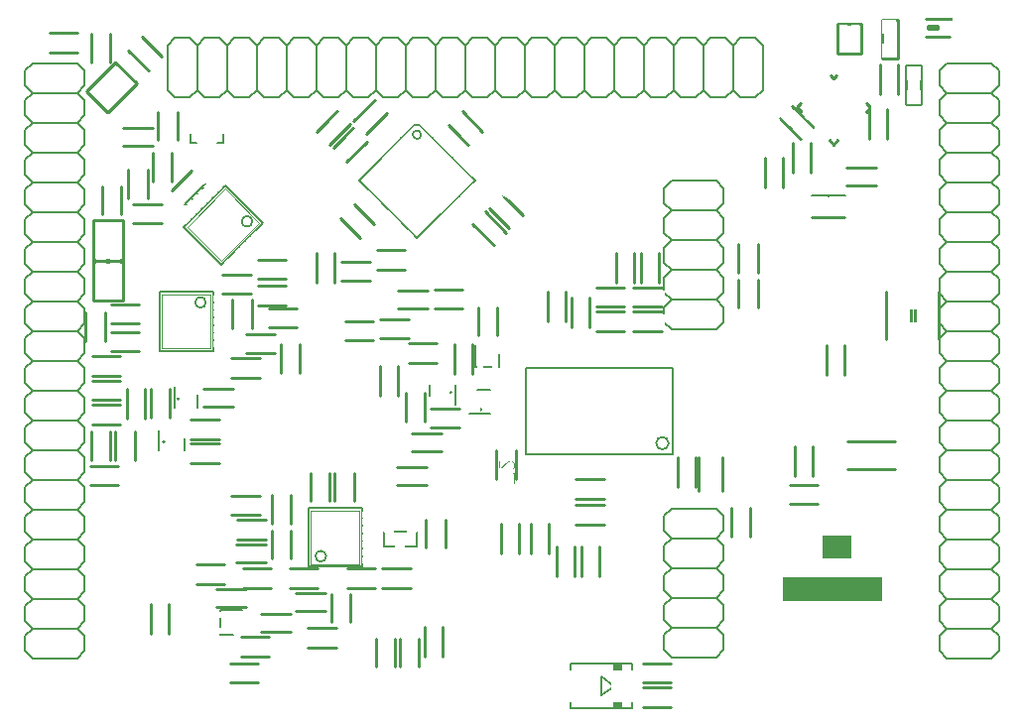
<source format=gbr>
G04 #@! TF.GenerationSoftware,KiCad,Pcbnew,(5.99.0-296-g10468236c)*
G04 #@! TF.CreationDate,2020-04-10T19:10:07+02:00*
G04 #@! TF.ProjectId,kimkong,6b696d6b-6f6e-4672-9e6b-696361645f70,rev?*
G04 #@! TF.SameCoordinates,Original*
G04 #@! TF.FileFunction,Legend,Bot*
G04 #@! TF.FilePolarity,Positive*
%FSLAX46Y46*%
G04 Gerber Fmt 4.6, Leading zero omitted, Abs format (unit mm)*
G04 Created by KiCad (PCBNEW (5.99.0-296-g10468236c)) date 2020-04-10 19:10:07*
%MOMM*%
%LPD*%
G04 APERTURE LIST*
%ADD10C,0.250000*%
%ADD11C,0.152400*%
%ADD12C,0.127000*%
%ADD13C,0.200000*%
%ADD14C,0.150000*%
%ADD15C,0.203200*%
%ADD16C,0.050800*%
%ADD17C,0.101600*%
%ADD18C,2.000000*%
%ADD19R,0.902000X1.702000*%
%ADD20R,0.752000X0.852000*%
%ADD21R,1.303200X1.203200*%
%ADD22R,1.203200X1.303200*%
%ADD23R,1.703200X1.503200*%
%ADD24R,1.803200X2.003200*%
%ADD25R,2.203200X2.703200*%
%ADD26R,1.203200X1.603200*%
%ADD27R,2.006200X1.803200*%
%ADD28R,2.003200X1.803200*%
%ADD29R,1.503200X1.703200*%
%ADD30R,0.853200X0.703200*%
%ADD31R,1.203200X1.203200*%
%ADD32R,0.903200X0.603200*%
%ADD33R,0.965200X1.727200*%
%ADD34R,0.903200X1.203200*%
%ADD35R,0.603200X0.903200*%
%ADD36R,2.103200X2.603200*%
%ADD37R,0.553200X1.003200*%
%ADD38R,1.193800X0.508000*%
%ADD39R,1.003200X0.603200*%
%ADD40R,0.603200X1.003200*%
%ADD41R,0.903200X1.953200*%
%ADD42R,1.003200X1.703200*%
%ADD43R,1.203200X1.703200*%
%ADD44R,1.703200X1.203200*%
G04 APERTURE END LIST*
D10*
X183939600Y-76456600D02*
X183939600Y-76710600D01*
X184828600Y-76710600D02*
X183939600Y-76710600D01*
X184828600Y-76456600D02*
X184828600Y-76710600D01*
X183939600Y-76456600D02*
X184828600Y-76456600D01*
X183812600Y-75821600D02*
X185971600Y-75821600D01*
X183812600Y-77345600D02*
X185844600Y-77345600D01*
X176245400Y-78758000D02*
X178277400Y-78758000D01*
X176245400Y-76218000D02*
X176245400Y-78758000D01*
X178277400Y-76218000D02*
X176245400Y-76218000D01*
X178277400Y-78758000D02*
X178277400Y-76218000D01*
X138791100Y-98999100D02*
X141331100Y-98999100D01*
X138791100Y-100523100D02*
X141331100Y-100523100D01*
X154380350Y-123414850D02*
X154380350Y-120874850D01*
X155904350Y-123414850D02*
X155904350Y-120874850D01*
X164445100Y-116144100D02*
X164445100Y-113223100D01*
X166477100Y-116144100D02*
X166477100Y-113223100D01*
X153586600Y-102142350D02*
X153586600Y-99602350D01*
X155110600Y-102142350D02*
X155110600Y-99602350D01*
X164159350Y-113254850D02*
X164159350Y-115794850D01*
X162635350Y-113254850D02*
X162635350Y-115794850D01*
X160984350Y-95792350D02*
X160984350Y-98332350D01*
X159460350Y-95792350D02*
X159460350Y-98332350D01*
X158920600Y-95792350D02*
X158920600Y-98332350D01*
X157396600Y-95792350D02*
X157396600Y-98332350D01*
X152316600Y-123414850D02*
X152316600Y-120874850D01*
X153840600Y-123414850D02*
X153840600Y-120874850D01*
X161270100Y-100427850D02*
X158857100Y-100427850D01*
X158984100Y-98776850D02*
X158857100Y-98776850D01*
X161270100Y-98776850D02*
X158984100Y-98776850D01*
X158857100Y-100840600D02*
X161270100Y-100840600D01*
X161143100Y-102491600D02*
X161270100Y-102491600D01*
X158857100Y-102491600D02*
X161143100Y-102491600D01*
X155682100Y-98776850D02*
X158095100Y-98776850D01*
X157968100Y-100427850D02*
X158095100Y-100427850D01*
X155682100Y-100427850D02*
X157968100Y-100427850D01*
X158095100Y-102491600D02*
X155682100Y-102491600D01*
X155809100Y-100840600D02*
X155682100Y-100840600D01*
X158095100Y-100840600D02*
X155809100Y-100840600D01*
D11*
X107596100Y-130403600D02*
X106961100Y-129768600D01*
X106961100Y-129768600D02*
X106961100Y-128498600D01*
X106961100Y-128498600D02*
X107596100Y-127863600D01*
X107596100Y-127863600D02*
X106961100Y-127228600D01*
X106961100Y-127228600D02*
X106961100Y-125958600D01*
X106961100Y-125958600D02*
X107596100Y-125323600D01*
X107596100Y-125323600D02*
X106961100Y-124688600D01*
X106961100Y-124688600D02*
X106961100Y-123418600D01*
X106961100Y-123418600D02*
X107596100Y-122783600D01*
X107596100Y-122783600D02*
X106961100Y-122148600D01*
X106961100Y-122148600D02*
X106961100Y-120878600D01*
X106961100Y-120878600D02*
X107596100Y-120243600D01*
X107596100Y-120243600D02*
X106961100Y-119608600D01*
X106961100Y-119608600D02*
X106961100Y-118338600D01*
X106961100Y-118338600D02*
X107596100Y-117703600D01*
X107596100Y-117703600D02*
X106961100Y-117068600D01*
X106961100Y-117068600D02*
X106961100Y-115798600D01*
X106961100Y-115798600D02*
X107596100Y-115163600D01*
X107596100Y-130403600D02*
X111406100Y-130403600D01*
X111406100Y-130403600D02*
X112041100Y-129768600D01*
X112041100Y-129768600D02*
X112041100Y-128498600D01*
X112041100Y-128498600D02*
X111406100Y-127863600D01*
X111406100Y-127863600D02*
X112041100Y-127228600D01*
X112041100Y-127228600D02*
X112041100Y-125958600D01*
X112041100Y-125958600D02*
X111406100Y-125323600D01*
X111406100Y-125323600D02*
X112041100Y-124688600D01*
X112041100Y-124688600D02*
X112041100Y-123418600D01*
X112041100Y-123418600D02*
X111406100Y-122783600D01*
X111406100Y-122783600D02*
X112041100Y-122148600D01*
X112041100Y-122148600D02*
X112041100Y-120878600D01*
X112041100Y-120878600D02*
X111406100Y-120243600D01*
X111406100Y-120243600D02*
X112041100Y-119608600D01*
X112041100Y-119608600D02*
X112041100Y-118338600D01*
X112041100Y-118338600D02*
X111406100Y-117703600D01*
X111406100Y-117703600D02*
X112041100Y-117068600D01*
X112041100Y-117068600D02*
X112041100Y-115798600D01*
X112041100Y-115798600D02*
X111406100Y-115163600D01*
X111406100Y-115163600D02*
X112041100Y-114528600D01*
X112041100Y-114528600D02*
X112041100Y-113258600D01*
X112041100Y-113258600D02*
X111406100Y-112623600D01*
X111406100Y-112623600D02*
X112041100Y-111988600D01*
X112041100Y-111988600D02*
X112041100Y-110718600D01*
X112041100Y-110718600D02*
X111406100Y-110083600D01*
X111406100Y-110083600D02*
X112041100Y-109448600D01*
X112041100Y-109448600D02*
X112041100Y-108178600D01*
X112041100Y-108178600D02*
X111406100Y-107543600D01*
X111406100Y-107543600D02*
X112041100Y-106908600D01*
X112041100Y-106908600D02*
X112041100Y-105638600D01*
X112041100Y-105638600D02*
X111406100Y-105003600D01*
X111406100Y-105003600D02*
X112041100Y-104368600D01*
X112041100Y-104368600D02*
X112041100Y-103098600D01*
X112041100Y-103098600D02*
X111406100Y-102463600D01*
X111406100Y-102463600D02*
X112041100Y-101828600D01*
X112041100Y-101828600D02*
X112041100Y-100558600D01*
X111406100Y-99923600D02*
X112041100Y-100558600D01*
X111406100Y-99923600D02*
X112041100Y-99288600D01*
X112041100Y-98018600D02*
X112041100Y-99288600D01*
X112041100Y-98018600D02*
X111406100Y-97383600D01*
X111406100Y-97383600D02*
X112041100Y-96748600D01*
X112041100Y-95478600D02*
X112041100Y-96748600D01*
X112041100Y-95478600D02*
X111406100Y-94843600D01*
X111406100Y-94843600D02*
X112041100Y-94208600D01*
X112041100Y-92938600D02*
X112041100Y-94208600D01*
X112041100Y-92938600D02*
X111406100Y-92303600D01*
X111406100Y-92303600D02*
X112041100Y-91668600D01*
X112041100Y-90398600D02*
X112041100Y-91668600D01*
X112041100Y-90398600D02*
X111406100Y-89763600D01*
X111406100Y-89763600D02*
X112041100Y-89128600D01*
X112041100Y-87858600D02*
X112041100Y-89128600D01*
X112041100Y-87858600D02*
X111406100Y-87223600D01*
X111406100Y-87223600D02*
X112041100Y-86588600D01*
X112041100Y-85318600D02*
X112041100Y-86588600D01*
X112041100Y-85318600D02*
X111406100Y-84683600D01*
X111406100Y-84683600D02*
X112041100Y-84048600D01*
X112041100Y-82778600D02*
X112041100Y-84048600D01*
X112041100Y-82778600D02*
X111406100Y-82143600D01*
X107596100Y-82143600D02*
X106961100Y-82778600D01*
X106961100Y-82778600D02*
X106961100Y-84048600D01*
X107596100Y-84683600D02*
X106961100Y-84048600D01*
X107596100Y-84683600D02*
X106961100Y-85318600D01*
X106961100Y-85318600D02*
X106961100Y-86588600D01*
X107596100Y-87223600D02*
X106961100Y-86588600D01*
X107596100Y-87223600D02*
X106961100Y-87858600D01*
X106961100Y-87858600D02*
X106961100Y-89128600D01*
X107596100Y-89763600D02*
X106961100Y-89128600D01*
X107596100Y-89763600D02*
X106961100Y-90398600D01*
X106961100Y-91668600D02*
X106961100Y-90398600D01*
X106961100Y-91668600D02*
X107596100Y-92303600D01*
X107596100Y-92303600D02*
X106961100Y-92938600D01*
X106961100Y-94208600D02*
X106961100Y-92938600D01*
X106961100Y-94208600D02*
X107596100Y-94843600D01*
X107596100Y-94843600D02*
X106961100Y-95478600D01*
X106961100Y-95478600D02*
X106961100Y-96748600D01*
X107596100Y-97383600D02*
X106961100Y-96748600D01*
X107596100Y-97383600D02*
X106961100Y-98018600D01*
X106961100Y-98018600D02*
X106961100Y-99288600D01*
X107596100Y-99923600D02*
X106961100Y-99288600D01*
X107596100Y-99923600D02*
X106961100Y-100558600D01*
X106961100Y-100558600D02*
X106961100Y-101828600D01*
X107596100Y-102463600D02*
X106961100Y-101828600D01*
X107596100Y-102463600D02*
X106961100Y-103098600D01*
X106961100Y-103098600D02*
X106961100Y-104368600D01*
X107596100Y-105003600D02*
X106961100Y-104368600D01*
X107596100Y-105003600D02*
X106961100Y-105638600D01*
X106961100Y-105638600D02*
X106961100Y-106908600D01*
X107596100Y-107543600D02*
X106961100Y-106908600D01*
X107596100Y-107543600D02*
X106961100Y-108178600D01*
X106961100Y-108178600D02*
X106961100Y-109448600D01*
X107596100Y-110083600D02*
X106961100Y-109448600D01*
X107596100Y-110083600D02*
X106961100Y-110718600D01*
X106961100Y-110718600D02*
X106961100Y-111988600D01*
X107596100Y-112623600D02*
X106961100Y-111988600D01*
X107596100Y-112623600D02*
X106961100Y-113258600D01*
X106961100Y-113258600D02*
X106961100Y-114528600D01*
X107596100Y-115163600D02*
X106961100Y-114528600D01*
X111406100Y-127863600D02*
X107596100Y-127863600D01*
X111406100Y-125323600D02*
X107596100Y-125323600D01*
X111406100Y-122783600D02*
X107596100Y-122783600D01*
X111406100Y-120243600D02*
X107596100Y-120243600D01*
X111406100Y-117703600D02*
X107596100Y-117703600D01*
X111406100Y-115163600D02*
X107596100Y-115163600D01*
X111406100Y-112623600D02*
X107596100Y-112623600D01*
X111406100Y-110083600D02*
X107596100Y-110083600D01*
X111406100Y-107543600D02*
X107596100Y-107543600D01*
X111406100Y-105003600D02*
X107596100Y-105003600D01*
X111406100Y-102463600D02*
X107596100Y-102463600D01*
X111406100Y-99923600D02*
X107596100Y-99923600D01*
X111406100Y-97383600D02*
X107596100Y-97383600D01*
X111406100Y-94843600D02*
X107596100Y-94843600D01*
X111406100Y-92303600D02*
X107596100Y-92303600D01*
X111406100Y-89763600D02*
X107596100Y-89763600D01*
X111406100Y-87223600D02*
X107596100Y-87223600D01*
X111406100Y-84683600D02*
X107596100Y-84683600D01*
X111406100Y-82143600D02*
X107596100Y-82143600D01*
X111406100Y-82143600D02*
X112041100Y-81508600D01*
X112041100Y-80238600D02*
X112041100Y-81508600D01*
X112041100Y-80238600D02*
X111406100Y-79603600D01*
X107596100Y-79603600D02*
X106961100Y-80238600D01*
X106961100Y-80238600D02*
X106961100Y-81508600D01*
X107596100Y-82143600D02*
X106961100Y-81508600D01*
X111406100Y-79603600D02*
X107596100Y-79603600D01*
X169901100Y-81908600D02*
X169266100Y-82543600D01*
X169266100Y-82543600D02*
X167996100Y-82543600D01*
X167996100Y-82543600D02*
X167361100Y-81908600D01*
X167361100Y-81908600D02*
X166726100Y-82543600D01*
X166726100Y-82543600D02*
X165456100Y-82543600D01*
X165456100Y-82543600D02*
X164821100Y-81908600D01*
X164821100Y-81908600D02*
X164186100Y-82543600D01*
X164186100Y-82543600D02*
X162916100Y-82543600D01*
X162916100Y-82543600D02*
X162281100Y-81908600D01*
X162281100Y-81908600D02*
X161646100Y-82543600D01*
X161646100Y-82543600D02*
X160376100Y-82543600D01*
X160376100Y-82543600D02*
X159741100Y-81908600D01*
X159741100Y-81908600D02*
X159106100Y-82543600D01*
X159106100Y-82543600D02*
X157836100Y-82543600D01*
X157836100Y-82543600D02*
X157201100Y-81908600D01*
X157201100Y-81908600D02*
X156566100Y-82543600D01*
X156566100Y-82543600D02*
X155296100Y-82543600D01*
X155296100Y-82543600D02*
X154661100Y-81908600D01*
X169901100Y-81908600D02*
X169901100Y-78098600D01*
X169901100Y-78098600D02*
X169266100Y-77463600D01*
X169266100Y-77463600D02*
X167996100Y-77463600D01*
X167996100Y-77463600D02*
X167361100Y-78098600D01*
X167361100Y-78098600D02*
X166726100Y-77463600D01*
X166726100Y-77463600D02*
X165456100Y-77463600D01*
X165456100Y-77463600D02*
X164821100Y-78098600D01*
X164821100Y-78098600D02*
X164186100Y-77463600D01*
X164186100Y-77463600D02*
X162916100Y-77463600D01*
X162916100Y-77463600D02*
X162281100Y-78098600D01*
X162281100Y-78098600D02*
X161646100Y-77463600D01*
X161646100Y-77463600D02*
X160376100Y-77463600D01*
X160376100Y-77463600D02*
X159741100Y-78098600D01*
X159741100Y-78098600D02*
X159106100Y-77463600D01*
X159106100Y-77463600D02*
X157836100Y-77463600D01*
X157836100Y-77463600D02*
X157201100Y-78098600D01*
X157201100Y-78098600D02*
X156566100Y-77463600D01*
X156566100Y-77463600D02*
X155296100Y-77463600D01*
X155296100Y-77463600D02*
X154661100Y-78098600D01*
X154661100Y-78098600D02*
X154026100Y-77463600D01*
X154026100Y-77463600D02*
X152756100Y-77463600D01*
X152756100Y-77463600D02*
X152121100Y-78098600D01*
X152121100Y-78098600D02*
X151486100Y-77463600D01*
X151486100Y-77463600D02*
X150216100Y-77463600D01*
X150216100Y-77463600D02*
X149581100Y-78098600D01*
X149581100Y-78098600D02*
X148946100Y-77463600D01*
X148946100Y-77463600D02*
X147676100Y-77463600D01*
X147676100Y-77463600D02*
X147041100Y-78098600D01*
X147041100Y-78098600D02*
X146406100Y-77463600D01*
X146406100Y-77463600D02*
X145136100Y-77463600D01*
X145136100Y-77463600D02*
X144501100Y-78098600D01*
X144501100Y-78098600D02*
X143866100Y-77463600D01*
X143866100Y-77463600D02*
X142596100Y-77463600D01*
X142596100Y-77463600D02*
X141961100Y-78098600D01*
X141961100Y-78098600D02*
X141326100Y-77463600D01*
X141326100Y-77463600D02*
X140056100Y-77463600D01*
X139421100Y-78098600D02*
X140056100Y-77463600D01*
X139421100Y-78098600D02*
X138786100Y-77463600D01*
X137516100Y-77463600D02*
X138786100Y-77463600D01*
X137516100Y-77463600D02*
X136881100Y-78098600D01*
X136881100Y-78098600D02*
X136246100Y-77463600D01*
X134976100Y-77463600D02*
X136246100Y-77463600D01*
X134976100Y-77463600D02*
X134341100Y-78098600D01*
X134341100Y-78098600D02*
X133706100Y-77463600D01*
X132436100Y-77463600D02*
X133706100Y-77463600D01*
X132436100Y-77463600D02*
X131801100Y-78098600D01*
X131801100Y-78098600D02*
X131166100Y-77463600D01*
X129896100Y-77463600D02*
X131166100Y-77463600D01*
X129896100Y-77463600D02*
X129261100Y-78098600D01*
X129261100Y-78098600D02*
X128626100Y-77463600D01*
X127356100Y-77463600D02*
X128626100Y-77463600D01*
X127356100Y-77463600D02*
X126721100Y-78098600D01*
X126721100Y-78098600D02*
X126086100Y-77463600D01*
X124816100Y-77463600D02*
X126086100Y-77463600D01*
X124816100Y-77463600D02*
X124181100Y-78098600D01*
X124181100Y-78098600D02*
X123546100Y-77463600D01*
X122276100Y-77463600D02*
X123546100Y-77463600D01*
X122276100Y-77463600D02*
X121641100Y-78098600D01*
X121641100Y-81908600D02*
X122276100Y-82543600D01*
X122276100Y-82543600D02*
X123546100Y-82543600D01*
X124181100Y-81908600D02*
X123546100Y-82543600D01*
X124181100Y-81908600D02*
X124816100Y-82543600D01*
X124816100Y-82543600D02*
X126086100Y-82543600D01*
X126721100Y-81908600D02*
X126086100Y-82543600D01*
X126721100Y-81908600D02*
X127356100Y-82543600D01*
X127356100Y-82543600D02*
X128626100Y-82543600D01*
X129261100Y-81908600D02*
X128626100Y-82543600D01*
X129261100Y-81908600D02*
X129896100Y-82543600D01*
X131166100Y-82543600D02*
X129896100Y-82543600D01*
X131166100Y-82543600D02*
X131801100Y-81908600D01*
X131801100Y-81908600D02*
X132436100Y-82543600D01*
X133706100Y-82543600D02*
X132436100Y-82543600D01*
X133706100Y-82543600D02*
X134341100Y-81908600D01*
X134341100Y-81908600D02*
X134976100Y-82543600D01*
X134976100Y-82543600D02*
X136246100Y-82543600D01*
X136881100Y-81908600D02*
X136246100Y-82543600D01*
X136881100Y-81908600D02*
X137516100Y-82543600D01*
X137516100Y-82543600D02*
X138786100Y-82543600D01*
X139421100Y-81908600D02*
X138786100Y-82543600D01*
X139421100Y-81908600D02*
X140056100Y-82543600D01*
X140056100Y-82543600D02*
X141326100Y-82543600D01*
X141961100Y-81908600D02*
X141326100Y-82543600D01*
X141961100Y-81908600D02*
X142596100Y-82543600D01*
X142596100Y-82543600D02*
X143866100Y-82543600D01*
X144501100Y-81908600D02*
X143866100Y-82543600D01*
X144501100Y-81908600D02*
X145136100Y-82543600D01*
X145136100Y-82543600D02*
X146406100Y-82543600D01*
X147041100Y-81908600D02*
X146406100Y-82543600D01*
X147041100Y-81908600D02*
X147676100Y-82543600D01*
X147676100Y-82543600D02*
X148946100Y-82543600D01*
X149581100Y-81908600D02*
X148946100Y-82543600D01*
X149581100Y-81908600D02*
X150216100Y-82543600D01*
X150216100Y-82543600D02*
X151486100Y-82543600D01*
X152121100Y-81908600D02*
X151486100Y-82543600D01*
X152121100Y-81908600D02*
X152756100Y-82543600D01*
X152756100Y-82543600D02*
X154026100Y-82543600D01*
X154661100Y-81908600D02*
X154026100Y-82543600D01*
X167361100Y-78098600D02*
X167361100Y-81908600D01*
X164821100Y-78098600D02*
X164821100Y-81908600D01*
X162281100Y-78098600D02*
X162281100Y-81908600D01*
X159741100Y-78098600D02*
X159741100Y-81908600D01*
X157201100Y-78098600D02*
X157201100Y-81908600D01*
X154661100Y-78098600D02*
X154661100Y-81908600D01*
X152121100Y-78098600D02*
X152121100Y-81908600D01*
X149581100Y-78098600D02*
X149581100Y-81908600D01*
X147041100Y-78098600D02*
X147041100Y-81908600D01*
X144501100Y-78098600D02*
X144501100Y-81908600D01*
X141961100Y-78098600D02*
X141961100Y-81908600D01*
X139421100Y-78098600D02*
X139421100Y-81908600D01*
X136881100Y-78098600D02*
X136881100Y-81908600D01*
X134341100Y-78098600D02*
X134341100Y-81908600D01*
X131801100Y-78098600D02*
X131801100Y-81908600D01*
X129261100Y-78098600D02*
X129261100Y-81908600D01*
X126721100Y-78098600D02*
X126721100Y-81908600D01*
X124181100Y-78098600D02*
X124181100Y-81908600D01*
X121641100Y-78098600D02*
X121641100Y-81908600D01*
X121641100Y-78098600D02*
X121006100Y-77463600D01*
X119736100Y-77463600D02*
X121006100Y-77463600D01*
X119736100Y-77463600D02*
X119101100Y-78098600D01*
X119101100Y-81908600D02*
X119736100Y-82543600D01*
X119736100Y-82543600D02*
X121006100Y-82543600D01*
X121641100Y-81908600D02*
X121006100Y-82543600D01*
X119101100Y-78098600D02*
X119101100Y-81908600D01*
X185596100Y-130403600D02*
X184961100Y-129768600D01*
X184961100Y-129768600D02*
X184961100Y-128498600D01*
X184961100Y-128498600D02*
X185596100Y-127863600D01*
X185596100Y-127863600D02*
X184961100Y-127228600D01*
X184961100Y-127228600D02*
X184961100Y-125958600D01*
X184961100Y-125958600D02*
X185596100Y-125323600D01*
X185596100Y-125323600D02*
X184961100Y-124688600D01*
X184961100Y-124688600D02*
X184961100Y-123418600D01*
X184961100Y-123418600D02*
X185596100Y-122783600D01*
X185596100Y-122783600D02*
X184961100Y-122148600D01*
X184961100Y-122148600D02*
X184961100Y-120878600D01*
X184961100Y-120878600D02*
X185596100Y-120243600D01*
X185596100Y-120243600D02*
X184961100Y-119608600D01*
X184961100Y-119608600D02*
X184961100Y-118338600D01*
X184961100Y-118338600D02*
X185596100Y-117703600D01*
X185596100Y-117703600D02*
X184961100Y-117068600D01*
X184961100Y-117068600D02*
X184961100Y-115798600D01*
X184961100Y-115798600D02*
X185596100Y-115163600D01*
X185596100Y-130403600D02*
X189406100Y-130403600D01*
X189406100Y-130403600D02*
X190041100Y-129768600D01*
X190041100Y-129768600D02*
X190041100Y-128498600D01*
X190041100Y-128498600D02*
X189406100Y-127863600D01*
X189406100Y-127863600D02*
X190041100Y-127228600D01*
X190041100Y-127228600D02*
X190041100Y-125958600D01*
X190041100Y-125958600D02*
X189406100Y-125323600D01*
X189406100Y-125323600D02*
X190041100Y-124688600D01*
X190041100Y-124688600D02*
X190041100Y-123418600D01*
X190041100Y-123418600D02*
X189406100Y-122783600D01*
X189406100Y-122783600D02*
X190041100Y-122148600D01*
X190041100Y-122148600D02*
X190041100Y-120878600D01*
X190041100Y-120878600D02*
X189406100Y-120243600D01*
X189406100Y-120243600D02*
X190041100Y-119608600D01*
X190041100Y-119608600D02*
X190041100Y-118338600D01*
X190041100Y-118338600D02*
X189406100Y-117703600D01*
X189406100Y-117703600D02*
X190041100Y-117068600D01*
X190041100Y-117068600D02*
X190041100Y-115798600D01*
X190041100Y-115798600D02*
X189406100Y-115163600D01*
X189406100Y-115163600D02*
X190041100Y-114528600D01*
X190041100Y-114528600D02*
X190041100Y-113258600D01*
X190041100Y-113258600D02*
X189406100Y-112623600D01*
X189406100Y-112623600D02*
X190041100Y-111988600D01*
X190041100Y-111988600D02*
X190041100Y-110718600D01*
X190041100Y-110718600D02*
X189406100Y-110083600D01*
X189406100Y-110083600D02*
X190041100Y-109448600D01*
X190041100Y-109448600D02*
X190041100Y-108178600D01*
X190041100Y-108178600D02*
X189406100Y-107543600D01*
X189406100Y-107543600D02*
X190041100Y-106908600D01*
X190041100Y-106908600D02*
X190041100Y-105638600D01*
X190041100Y-105638600D02*
X189406100Y-105003600D01*
X189406100Y-105003600D02*
X190041100Y-104368600D01*
X190041100Y-104368600D02*
X190041100Y-103098600D01*
X190041100Y-103098600D02*
X189406100Y-102463600D01*
X189406100Y-102463600D02*
X190041100Y-101828600D01*
X190041100Y-101828600D02*
X190041100Y-100558600D01*
X189406100Y-99923600D02*
X190041100Y-100558600D01*
X189406100Y-99923600D02*
X190041100Y-99288600D01*
X190041100Y-98018600D02*
X190041100Y-99288600D01*
X190041100Y-98018600D02*
X189406100Y-97383600D01*
X189406100Y-97383600D02*
X190041100Y-96748600D01*
X190041100Y-95478600D02*
X190041100Y-96748600D01*
X190041100Y-95478600D02*
X189406100Y-94843600D01*
X189406100Y-94843600D02*
X190041100Y-94208600D01*
X190041100Y-92938600D02*
X190041100Y-94208600D01*
X190041100Y-92938600D02*
X189406100Y-92303600D01*
X189406100Y-92303600D02*
X190041100Y-91668600D01*
X190041100Y-90398600D02*
X190041100Y-91668600D01*
X190041100Y-90398600D02*
X189406100Y-89763600D01*
X189406100Y-89763600D02*
X190041100Y-89128600D01*
X190041100Y-87858600D02*
X190041100Y-89128600D01*
X190041100Y-87858600D02*
X189406100Y-87223600D01*
X189406100Y-87223600D02*
X190041100Y-86588600D01*
X190041100Y-85318600D02*
X190041100Y-86588600D01*
X190041100Y-85318600D02*
X189406100Y-84683600D01*
X189406100Y-84683600D02*
X190041100Y-84048600D01*
X190041100Y-82778600D02*
X190041100Y-84048600D01*
X190041100Y-82778600D02*
X189406100Y-82143600D01*
X185596100Y-82143600D02*
X184961100Y-82778600D01*
X184961100Y-82778600D02*
X184961100Y-84048600D01*
X185596100Y-84683600D02*
X184961100Y-84048600D01*
X185596100Y-84683600D02*
X184961100Y-85318600D01*
X184961100Y-85318600D02*
X184961100Y-86588600D01*
X185596100Y-87223600D02*
X184961100Y-86588600D01*
X185596100Y-87223600D02*
X184961100Y-87858600D01*
X184961100Y-87858600D02*
X184961100Y-89128600D01*
X185596100Y-89763600D02*
X184961100Y-89128600D01*
X185596100Y-89763600D02*
X184961100Y-90398600D01*
X184961100Y-91668600D02*
X184961100Y-90398600D01*
X184961100Y-91668600D02*
X185596100Y-92303600D01*
X185596100Y-92303600D02*
X184961100Y-92938600D01*
X184961100Y-94208600D02*
X184961100Y-92938600D01*
X184961100Y-94208600D02*
X185596100Y-94843600D01*
X185596100Y-94843600D02*
X184961100Y-95478600D01*
X184961100Y-95478600D02*
X184961100Y-96748600D01*
X185596100Y-97383600D02*
X184961100Y-96748600D01*
X185596100Y-97383600D02*
X184961100Y-98018600D01*
X184961100Y-98018600D02*
X184961100Y-99288600D01*
X185596100Y-99923600D02*
X184961100Y-99288600D01*
X185596100Y-99923600D02*
X184961100Y-100558600D01*
X184961100Y-100558600D02*
X184961100Y-101828600D01*
X185596100Y-102463600D02*
X184961100Y-101828600D01*
X185596100Y-102463600D02*
X184961100Y-103098600D01*
X184961100Y-103098600D02*
X184961100Y-104368600D01*
X185596100Y-105003600D02*
X184961100Y-104368600D01*
X185596100Y-105003600D02*
X184961100Y-105638600D01*
X184961100Y-105638600D02*
X184961100Y-106908600D01*
X185596100Y-107543600D02*
X184961100Y-106908600D01*
X185596100Y-107543600D02*
X184961100Y-108178600D01*
X184961100Y-108178600D02*
X184961100Y-109448600D01*
X185596100Y-110083600D02*
X184961100Y-109448600D01*
X185596100Y-110083600D02*
X184961100Y-110718600D01*
X184961100Y-110718600D02*
X184961100Y-111988600D01*
X185596100Y-112623600D02*
X184961100Y-111988600D01*
X185596100Y-112623600D02*
X184961100Y-113258600D01*
X184961100Y-113258600D02*
X184961100Y-114528600D01*
X185596100Y-115163600D02*
X184961100Y-114528600D01*
X189406100Y-127863600D02*
X185596100Y-127863600D01*
X189406100Y-125323600D02*
X185596100Y-125323600D01*
X189406100Y-122783600D02*
X185596100Y-122783600D01*
X189406100Y-120243600D02*
X185596100Y-120243600D01*
X189406100Y-117703600D02*
X185596100Y-117703600D01*
X189406100Y-115163600D02*
X185596100Y-115163600D01*
X189406100Y-112623600D02*
X185596100Y-112623600D01*
X189406100Y-110083600D02*
X185596100Y-110083600D01*
X189406100Y-107543600D02*
X185596100Y-107543600D01*
X189406100Y-105003600D02*
X185596100Y-105003600D01*
X189406100Y-102463600D02*
X185596100Y-102463600D01*
X189406100Y-99923600D02*
X185596100Y-99923600D01*
X189406100Y-97383600D02*
X185596100Y-97383600D01*
X189406100Y-94843600D02*
X185596100Y-94843600D01*
X189406100Y-92303600D02*
X185596100Y-92303600D01*
X189406100Y-89763600D02*
X185596100Y-89763600D01*
X189406100Y-87223600D02*
X185596100Y-87223600D01*
X189406100Y-84683600D02*
X185596100Y-84683600D01*
X189406100Y-82143600D02*
X185596100Y-82143600D01*
X189406100Y-82143600D02*
X190041100Y-81508600D01*
X190041100Y-80238600D02*
X190041100Y-81508600D01*
X190041100Y-80238600D02*
X189406100Y-79603600D01*
X185596100Y-79603600D02*
X184961100Y-80238600D01*
X184961100Y-80238600D02*
X184961100Y-81508600D01*
X185596100Y-82143600D02*
X184961100Y-81508600D01*
X189406100Y-79603600D02*
X185596100Y-79603600D01*
X162096100Y-102353600D02*
X161461100Y-101718600D01*
X161461100Y-100448600D02*
X162096100Y-99813600D01*
X162096100Y-99813600D02*
X161461100Y-99178600D01*
X161461100Y-97908600D02*
X162096100Y-97273600D01*
X162096100Y-97273600D02*
X161461100Y-96638600D01*
X161461100Y-95368600D02*
X162096100Y-94733600D01*
X162096100Y-94733600D02*
X161461100Y-94098600D01*
X161461100Y-92828600D02*
X162096100Y-92193600D01*
X162096100Y-102353600D02*
X165906100Y-102353600D01*
X165906100Y-102353600D02*
X166541100Y-101718600D01*
X166541100Y-101718600D02*
X166541100Y-100448600D01*
X166541100Y-100448600D02*
X165906100Y-99813600D01*
X165906100Y-99813600D02*
X166541100Y-99178600D01*
X166541100Y-99178600D02*
X166541100Y-97908600D01*
X166541100Y-97908600D02*
X165906100Y-97273600D01*
X165906100Y-97273600D02*
X166541100Y-96638600D01*
X166541100Y-96638600D02*
X166541100Y-95368600D01*
X166541100Y-95368600D02*
X165906100Y-94733600D01*
X165906100Y-94733600D02*
X166541100Y-94098600D01*
X166541100Y-94098600D02*
X166541100Y-92828600D01*
X166541100Y-92828600D02*
X165906100Y-92193600D01*
X165906100Y-99813600D02*
X162096100Y-99813600D01*
X165906100Y-97273600D02*
X162096100Y-97273600D01*
X165906100Y-94733600D02*
X162096100Y-94733600D01*
X165906100Y-92193600D02*
X162096100Y-92193600D01*
X161461100Y-94098600D02*
X161461100Y-92828600D01*
X161461100Y-96638600D02*
X161461100Y-95368600D01*
X161461100Y-99178600D02*
X161461100Y-97908600D01*
X161461100Y-101718600D02*
X161461100Y-100448600D01*
X162096100Y-92193600D02*
X161461100Y-91558600D01*
X161461100Y-90288600D02*
X162096100Y-89653600D01*
X165906100Y-92193600D02*
X166541100Y-91558600D01*
X166541100Y-91558600D02*
X166541100Y-90288600D01*
X166541100Y-90288600D02*
X165906100Y-89653600D01*
X165906100Y-89653600D02*
X162096100Y-89653600D01*
X161461100Y-91558600D02*
X161461100Y-90288600D01*
X162096100Y-130353600D02*
X161461100Y-129718600D01*
X161461100Y-128448600D02*
X162096100Y-127813600D01*
X162096100Y-127813600D02*
X161461100Y-127178600D01*
X161461100Y-125908600D02*
X162096100Y-125273600D01*
X162096100Y-125273600D02*
X161461100Y-124638600D01*
X161461100Y-123368600D02*
X162096100Y-122733600D01*
X162096100Y-122733600D02*
X161461100Y-122098600D01*
X161461100Y-120828600D02*
X162096100Y-120193600D01*
X162096100Y-130353600D02*
X165906100Y-130353600D01*
X165906100Y-130353600D02*
X166541100Y-129718600D01*
X166541100Y-129718600D02*
X166541100Y-128448600D01*
X166541100Y-128448600D02*
X165906100Y-127813600D01*
X165906100Y-127813600D02*
X166541100Y-127178600D01*
X166541100Y-127178600D02*
X166541100Y-125908600D01*
X166541100Y-125908600D02*
X165906100Y-125273600D01*
X165906100Y-125273600D02*
X166541100Y-124638600D01*
X166541100Y-124638600D02*
X166541100Y-123368600D01*
X166541100Y-123368600D02*
X165906100Y-122733600D01*
X165906100Y-122733600D02*
X166541100Y-122098600D01*
X166541100Y-122098600D02*
X166541100Y-120828600D01*
X166541100Y-120828600D02*
X165906100Y-120193600D01*
X165906100Y-127813600D02*
X162096100Y-127813600D01*
X165906100Y-125273600D02*
X162096100Y-125273600D01*
X165906100Y-122733600D02*
X162096100Y-122733600D01*
X165906100Y-120193600D02*
X162096100Y-120193600D01*
X161461100Y-122098600D02*
X161461100Y-120828600D01*
X161461100Y-124638600D02*
X161461100Y-123368600D01*
X161461100Y-127178600D02*
X161461100Y-125908600D01*
X161461100Y-129718600D02*
X161461100Y-128448600D01*
X162096100Y-120193600D02*
X161461100Y-119558600D01*
X161461100Y-118288600D02*
X162096100Y-117653600D01*
X165906100Y-120193600D02*
X166541100Y-119558600D01*
X166541100Y-119558600D02*
X166541100Y-118288600D01*
X166541100Y-118288600D02*
X165906100Y-117653600D01*
X165906100Y-117653600D02*
X162096100Y-117653600D01*
X161461100Y-119558600D02*
X161461100Y-118288600D01*
D10*
X181145600Y-114302600D02*
X177081600Y-114302600D01*
X181145600Y-111889600D02*
X177081600Y-111889600D01*
X171620600Y-87696100D02*
X171620600Y-90236100D01*
X170096600Y-87696100D02*
X170096600Y-90236100D01*
X172636600Y-114842350D02*
X172636600Y-112302350D01*
X174160600Y-114842350D02*
X174160600Y-112302350D01*
X172192100Y-115604350D02*
X174605100Y-115604350D01*
X174478100Y-117255350D02*
X174605100Y-117255350D01*
X172192100Y-117255350D02*
X174478100Y-117255350D01*
D12*
X153494850Y-134681100D02*
X153494850Y-130881100D01*
X153494850Y-130881100D02*
X158694850Y-130881100D01*
X158694850Y-130881100D02*
X158694850Y-134681100D01*
X158694850Y-134681100D02*
X153494850Y-134681100D01*
G36*
X157858350Y-134744600D02*
G01*
X157131350Y-134744600D01*
X157131350Y-130817600D01*
X157858350Y-130817600D01*
X157858350Y-134744600D01*
G37*
X156094850Y-133581100D02*
X156094850Y-131981100D01*
X156094850Y-131981100D02*
X157194850Y-132781100D01*
X157194850Y-132781100D02*
X156094850Y-133581100D01*
G36*
X158958350Y-134044600D02*
G01*
X158631350Y-134044600D01*
X158631350Y-131517600D01*
X158958350Y-131517600D01*
X158958350Y-134044600D01*
G37*
G36*
X153558350Y-134044600D02*
G01*
X153231350Y-134044600D01*
X153231350Y-131517600D01*
X153558350Y-131517600D01*
X153558350Y-134044600D01*
G37*
D10*
X127043600Y-126621600D02*
X129583600Y-126621600D01*
X127043600Y-128145600D02*
X129583600Y-128145600D01*
X112565600Y-113508850D02*
X112565600Y-111095850D01*
X114216600Y-111222850D02*
X114216600Y-111095850D01*
X114216600Y-113508850D02*
X114216600Y-111222850D01*
X112502100Y-114016850D02*
X114915100Y-114016850D01*
X114788100Y-115667850D02*
X114915100Y-115667850D01*
X112502100Y-115667850D02*
X114788100Y-115667850D01*
X116280350Y-111095850D02*
X116280350Y-113508850D01*
X114629350Y-113381850D02*
X114629350Y-113508850D01*
X114629350Y-111095850D02*
X114629350Y-113381850D01*
X126821350Y-132495350D02*
X124408350Y-132495350D01*
X124535350Y-130844350D02*
X124408350Y-130844350D01*
X126821350Y-130844350D02*
X124535350Y-130844350D01*
X162063850Y-132495350D02*
X159650850Y-132495350D01*
X159777850Y-130844350D02*
X159650850Y-130844350D01*
X162063850Y-130844350D02*
X159777850Y-130844350D01*
X119931600Y-83790850D02*
X119931600Y-86203850D01*
X118280600Y-86076850D02*
X118280600Y-86203850D01*
X118280600Y-83790850D02*
X118280600Y-86076850D01*
X115296100Y-85187850D02*
X117836100Y-85187850D01*
X115296100Y-86711850D02*
X117836100Y-86711850D01*
X117470508Y-80242941D02*
X115764259Y-78536692D01*
X117021495Y-77459062D02*
X116931692Y-77369259D01*
X118637941Y-79075508D02*
X117021495Y-77459062D01*
X162063850Y-134559100D02*
X159650850Y-134559100D01*
X159777850Y-132908100D02*
X159650850Y-132908100D01*
X162063850Y-132908100D02*
X159777850Y-132908100D01*
D11*
X121017450Y-85638700D02*
X121017450Y-86451500D01*
X121017450Y-86451500D02*
X121576250Y-86451500D01*
X123862250Y-86451500D02*
X123862250Y-85638700D01*
X123303450Y-86451500D02*
X123862250Y-86451500D01*
D10*
X184923850Y-99157850D02*
X184923850Y-103221850D01*
X182510850Y-99157850D02*
X182510850Y-103221850D01*
X182860100Y-99157850D02*
X182860100Y-103221850D01*
X180447100Y-99157850D02*
X180447100Y-103221850D01*
X176859350Y-92776100D02*
X174065350Y-92776100D01*
X176859350Y-90871100D02*
X174065350Y-90871100D01*
X138759350Y-105476100D02*
X138759350Y-108016100D01*
X137235350Y-105476100D02*
X137235350Y-108016100D01*
X141870850Y-98935600D02*
X144283850Y-98935600D01*
X144156850Y-100586600D02*
X144283850Y-100586600D01*
X141870850Y-100586600D02*
X144156850Y-100586600D01*
X139648350Y-103539350D02*
X142061350Y-103539350D01*
X141934350Y-105190350D02*
X142061350Y-105190350D01*
X139648350Y-105190350D02*
X141934350Y-105190350D01*
X153046850Y-99126100D02*
X153046850Y-101666100D01*
X151522850Y-99126100D02*
X151522850Y-101666100D01*
X138632350Y-114080350D02*
X141172350Y-114080350D01*
X138632350Y-115604350D02*
X141172350Y-115604350D01*
X142442350Y-112746850D02*
X139902350Y-112746850D01*
X142442350Y-111222850D02*
X139902350Y-111222850D01*
X112565600Y-79536350D02*
X112565600Y-77123350D01*
X114216600Y-77250350D02*
X114216600Y-77123350D01*
X114216600Y-79536350D02*
X114216600Y-77250350D01*
X111422600Y-78679100D02*
X109009600Y-78679100D01*
X109136600Y-77028100D02*
X109009600Y-77028100D01*
X111422600Y-77028100D02*
X109136600Y-77028100D01*
X112188339Y-82022810D02*
X113984390Y-83818861D01*
X114657909Y-79553240D02*
X112188339Y-82022810D01*
X116453960Y-81349291D02*
X114657909Y-79553240D01*
X114029291Y-83773960D02*
X116453960Y-81349291D01*
X115169100Y-90140850D02*
X115169100Y-92553850D01*
X113518100Y-92426850D02*
X113518100Y-92553850D01*
X113518100Y-90140850D02*
X113518100Y-92426850D01*
X141045350Y-130241100D02*
X141045350Y-127701100D01*
X142569350Y-130241100D02*
X142569350Y-127701100D01*
X117169350Y-107381100D02*
X117169350Y-109921100D01*
X115645350Y-107381100D02*
X115645350Y-109921100D01*
X131901350Y-124399100D02*
X129488350Y-124399100D01*
X129615350Y-122748100D02*
X129488350Y-122748100D01*
X131901350Y-122748100D02*
X129615350Y-122748100D01*
X130059850Y-124875350D02*
X132599850Y-124875350D01*
X130059850Y-126399350D02*
X132599850Y-126399350D01*
X127932600Y-124399100D02*
X125519600Y-124399100D01*
X125646600Y-122748100D02*
X125519600Y-122748100D01*
X127932600Y-122748100D02*
X125646600Y-122748100D01*
X124979850Y-120747850D02*
X127519850Y-120747850D01*
X124979850Y-122271850D02*
X127519850Y-122271850D01*
X134695350Y-124907100D02*
X134695350Y-127320100D01*
X133044350Y-127193100D02*
X133044350Y-127320100D01*
X133044350Y-124907100D02*
X133044350Y-127193100D01*
X156348850Y-116779100D02*
X153935850Y-116779100D01*
X154062850Y-115128100D02*
X153935850Y-115128100D01*
X156348850Y-115128100D02*
X154062850Y-115128100D01*
X156348850Y-119001600D02*
X153935850Y-119001600D01*
X154062850Y-117350600D02*
X153935850Y-117350600D01*
X156348850Y-117350600D02*
X154062850Y-117350600D01*
X145585600Y-102872600D02*
X145585600Y-100459600D01*
X147236600Y-100586600D02*
X147236600Y-100459600D01*
X147236600Y-102872600D02*
X147236600Y-100586600D01*
X143585350Y-106111100D02*
X143585350Y-103571100D01*
X145109350Y-106111100D02*
X145109350Y-103571100D01*
X115296100Y-93061850D02*
X112756100Y-93061850D01*
X115296100Y-96554350D02*
X115296100Y-93061850D01*
X112756100Y-96554350D02*
X115296100Y-96554350D01*
X112756100Y-93125350D02*
X112756100Y-96554350D01*
X115296100Y-96395600D02*
X112756100Y-96395600D01*
X115296100Y-99888100D02*
X115296100Y-96395600D01*
X112756100Y-99888100D02*
X115296100Y-99888100D01*
X112756100Y-96459100D02*
X112756100Y-99888100D01*
X134973009Y-84562810D02*
X136769060Y-82766759D01*
X136050640Y-85640441D02*
X137846691Y-83844390D01*
X144750390Y-86597424D02*
X143074180Y-84861657D01*
X144350031Y-83806132D02*
X144261810Y-83714776D01*
X145938020Y-85450543D02*
X144350031Y-83806132D01*
X147729192Y-90863009D02*
X149435441Y-92569258D01*
X148178205Y-93646888D02*
X148268008Y-93736691D01*
X146561759Y-92030442D02*
X148178205Y-93646888D01*
X146210640Y-92291759D02*
X148006691Y-94087810D01*
X145133009Y-93369390D02*
X146929060Y-95165441D01*
X133226759Y-86854258D02*
X134933008Y-85148009D01*
X136010638Y-86405245D02*
X136100441Y-86315442D01*
X134394192Y-88021691D02*
X136010638Y-86405245D01*
X134671691Y-84796890D02*
X132875640Y-86592941D01*
X133594060Y-83719259D02*
X131798009Y-85515310D01*
X135029192Y-91656759D02*
X136735441Y-93363008D01*
X135478205Y-94440638D02*
X135568008Y-94530441D01*
X133861759Y-92824192D02*
X135478205Y-94440638D01*
D11*
X135421781Y-89601100D02*
X140378600Y-94557919D01*
X140378600Y-94557919D02*
X145335419Y-89601100D01*
X145335419Y-89601100D02*
X140629623Y-84895304D01*
X140127577Y-84895304D02*
X135421781Y-89601100D01*
X140127577Y-84895304D02*
X140629623Y-84895304D01*
X140737800Y-85721629D02*
G75*
G03X140737800Y-85721629I-359200J0D01*
G01*
D10*
X136949600Y-95601850D02*
X139362600Y-95601850D01*
X139235600Y-97252850D02*
X139362600Y-97252850D01*
X136949600Y-97252850D02*
X139235600Y-97252850D01*
X133933350Y-96554350D02*
X136346350Y-96554350D01*
X136219350Y-98205350D02*
X136346350Y-98205350D01*
X133933350Y-98205350D02*
X136219350Y-98205350D01*
X131837850Y-98332350D02*
X131837850Y-95792350D01*
X133361850Y-98332350D02*
X133361850Y-95792350D01*
X136854350Y-131130100D02*
X136854350Y-128717100D01*
X138505350Y-128844100D02*
X138505350Y-128717100D01*
X138505350Y-131130100D02*
X138505350Y-128844100D01*
X172795510Y-83409850D02*
X173154721Y-83050640D01*
X173199622Y-83813962D02*
X172795510Y-83409850D01*
X175938600Y-86552940D02*
X175579390Y-86193729D01*
X176297810Y-86193729D02*
X175938600Y-86552940D01*
X179081690Y-83409850D02*
X178722479Y-83769060D01*
X178677578Y-83005738D02*
X179081690Y-83409850D01*
X175938600Y-80895378D02*
X175669192Y-80625971D01*
X176208008Y-80625971D02*
X175938600Y-80895378D01*
X180510600Y-83568600D02*
X180510600Y-86108600D01*
X178986600Y-83568600D02*
X178986600Y-86108600D01*
X174001850Y-86426100D02*
X174001850Y-88966100D01*
X172477850Y-86426100D02*
X172477850Y-88966100D01*
X173122810Y-86116691D02*
X171326759Y-84320640D01*
X174200441Y-85039060D02*
X172404390Y-83243009D01*
X181463100Y-79758600D02*
X181463100Y-82298600D01*
X179939100Y-79758600D02*
X179939100Y-82298600D01*
X180066100Y-79187100D02*
X181399600Y-79187100D01*
X180066100Y-75885100D02*
X180066100Y-79187100D01*
X181399600Y-75885100D02*
X180066100Y-75885100D01*
X181399600Y-79187100D02*
X181399600Y-75885100D01*
X183399850Y-79853850D02*
X182066350Y-79853850D01*
X183399850Y-83155850D02*
X183399850Y-79853850D01*
X182066350Y-83155850D02*
X183399850Y-83155850D01*
X182066350Y-79853850D02*
X182066350Y-83155850D01*
X179589850Y-90045600D02*
X177049850Y-90045600D01*
X179589850Y-88521600D02*
X177049850Y-88521600D01*
X117709100Y-128336100D02*
X117709100Y-125796100D01*
X119233100Y-128336100D02*
X119233100Y-125796100D01*
X175335350Y-106269850D02*
X175335350Y-103729850D01*
X176859350Y-106269850D02*
X176859350Y-103729850D01*
X167810600Y-97475100D02*
X167810600Y-95062100D01*
X169461600Y-95189100D02*
X169461600Y-95062100D01*
X169461600Y-97475100D02*
X169461600Y-95189100D01*
X167810600Y-100491350D02*
X167810600Y-98078350D01*
X169461600Y-98205350D02*
X169461600Y-98078350D01*
X169461600Y-100491350D02*
X169461600Y-98205350D01*
D12*
X124736100Y-128383600D02*
X123636100Y-128383600D01*
X123636100Y-126304100D02*
X125456100Y-126304100D01*
X123636100Y-128383600D02*
X123636100Y-126304100D01*
D10*
X123233600Y-124557850D02*
X125773600Y-124557850D01*
X123233600Y-126081850D02*
X125773600Y-126081850D01*
D13*
X162209900Y-112969100D02*
X149662300Y-112969100D01*
X149662300Y-112969100D02*
X149662300Y-105628500D01*
X149662300Y-105628500D02*
X162209900Y-105628500D01*
X162209900Y-105628500D02*
X162209900Y-112969100D01*
X161854300Y-112054700D02*
G75*
G03X161854300Y-112054700I-533400J0D01*
G01*
D10*
X115073850Y-108365350D02*
X112660850Y-108365350D01*
X112787850Y-106714350D02*
X112660850Y-106714350D01*
X115073850Y-106714350D02*
X112787850Y-106714350D01*
X125360850Y-128621850D02*
X127773850Y-128621850D01*
X127646850Y-130272850D02*
X127773850Y-130272850D01*
X125360850Y-130272850D02*
X127646850Y-130272850D01*
D11*
X137527850Y-120899850D02*
X140371850Y-120899850D01*
X137527850Y-119579850D02*
X137527850Y-120899850D01*
X140371850Y-119579850D02*
X137527850Y-119579850D01*
X140371850Y-120899850D02*
X140371850Y-119579850D01*
D10*
X141140600Y-120970100D02*
X141140600Y-118557100D01*
X142791600Y-118684100D02*
X142791600Y-118557100D01*
X142791600Y-120970100D02*
X142791600Y-118684100D01*
D12*
X147411100Y-104449850D02*
X147411100Y-105549850D01*
X145331600Y-105549850D02*
X145331600Y-103729850D01*
X147411100Y-105549850D02*
X145331600Y-105549850D01*
D10*
X148824100Y-112683350D02*
X148824100Y-115096350D01*
X147173100Y-114969350D02*
X147173100Y-115096350D01*
X147173100Y-112683350D02*
X147173100Y-114969350D01*
X150094100Y-121509850D02*
X150094100Y-118969850D01*
X151618100Y-121509850D02*
X151618100Y-118969850D01*
X147554100Y-121509850D02*
X147554100Y-118969850D01*
X149078100Y-121509850D02*
X149078100Y-118969850D01*
D14*
X143326100Y-107739850D02*
G75*
G03X143326100Y-107739850I-75000J0D01*
G01*
D15*
X141501100Y-107039850D02*
X141501100Y-108039850D01*
X143701100Y-108746350D02*
X143701100Y-107039850D01*
D10*
X139394350Y-110175100D02*
X139394350Y-107762100D01*
X141045350Y-107889100D02*
X141045350Y-107762100D01*
X141045350Y-110175100D02*
X141045350Y-107889100D01*
X143966350Y-110746600D02*
X141553350Y-110746600D01*
X141680350Y-109095600D02*
X141553350Y-109095600D01*
X143966350Y-109095600D02*
X141680350Y-109095600D01*
X136663850Y-103285350D02*
X134250850Y-103285350D01*
X134377850Y-101634350D02*
X134250850Y-101634350D01*
X136663850Y-101634350D02*
X134377850Y-101634350D01*
X139680100Y-103126600D02*
X137267100Y-103126600D01*
X137394100Y-101475600D02*
X137267100Y-101475600D01*
X139680100Y-101475600D02*
X137394100Y-101475600D01*
X116153350Y-91633100D02*
X118566350Y-91633100D01*
X118439350Y-93284100D02*
X118566350Y-93284100D01*
X116153350Y-93284100D02*
X118439350Y-93284100D01*
X117391600Y-88712100D02*
X117391600Y-91125100D01*
X115740600Y-90998100D02*
X115740600Y-91125100D01*
X115740600Y-88712100D02*
X115740600Y-90998100D01*
X119415509Y-90505508D02*
X121121758Y-88799259D01*
X122199388Y-90056495D02*
X122289191Y-89966692D01*
X120582942Y-91672941D02*
X122199388Y-90056495D01*
X119455350Y-87283350D02*
X119455350Y-89696350D01*
X117804350Y-89569350D02*
X117804350Y-89696350D01*
X117804350Y-87283350D02*
X117804350Y-89569350D01*
X126186350Y-99316600D02*
X123773350Y-99316600D01*
X123900350Y-97665600D02*
X123773350Y-97665600D01*
X126186350Y-97665600D02*
X123900350Y-97665600D01*
X127742100Y-100523100D02*
X130155100Y-100523100D01*
X130028100Y-102174100D02*
X130155100Y-102174100D01*
X127742100Y-102174100D02*
X130028100Y-102174100D01*
X129202600Y-98046600D02*
X126789600Y-98046600D01*
X126916600Y-96395600D02*
X126789600Y-96395600D01*
X129202600Y-96395600D02*
X126916600Y-96395600D01*
X126789600Y-98618100D02*
X129202600Y-98618100D01*
X129075600Y-100269100D02*
X129202600Y-100269100D01*
X126789600Y-100269100D02*
X129075600Y-100269100D01*
X138918100Y-131130100D02*
X138918100Y-128717100D01*
X140569100Y-128844100D02*
X140569100Y-128717100D01*
X140569100Y-131130100D02*
X140569100Y-128844100D01*
X133488850Y-129479100D02*
X131075850Y-129479100D01*
X131202850Y-127828100D02*
X131075850Y-127828100D01*
X133488850Y-127828100D02*
X131202850Y-127828100D01*
X121550850Y-122430600D02*
X123963850Y-122430600D01*
X123836850Y-124081600D02*
X123963850Y-124081600D01*
X121550850Y-124081600D02*
X123836850Y-124081600D01*
D11*
X127260874Y-93247193D02*
X123704693Y-96803374D01*
X120476326Y-93575007D02*
X123704693Y-96803374D01*
X120476326Y-93575007D02*
X124032507Y-90018826D01*
X127260874Y-93247193D02*
X124032507Y-90018826D01*
D16*
X126937585Y-93247193D02*
X123704693Y-96480085D01*
X120799615Y-93575007D02*
X123704693Y-96480085D01*
X120799615Y-93575007D02*
X124032507Y-90342115D01*
X126937585Y-93247193D02*
X124032507Y-90342115D01*
D11*
X126337377Y-93123732D02*
G75*
G03X126337377Y-93123732I-457200J0D01*
G01*
D10*
X114248350Y-102586850D02*
X116661350Y-102586850D01*
X116534350Y-104237850D02*
X116661350Y-104237850D01*
X114248350Y-104237850D02*
X116534350Y-104237850D01*
X112660850Y-104650600D02*
X115073850Y-104650600D01*
X114946850Y-106301600D02*
X115073850Y-106301600D01*
X112660850Y-106301600D02*
X114946850Y-106301600D01*
X114248350Y-100205600D02*
X116661350Y-100205600D01*
X116534350Y-101856600D02*
X116661350Y-101856600D01*
X114248350Y-101856600D02*
X116534350Y-101856600D01*
X112089350Y-103348850D02*
X112089350Y-100935850D01*
X113740350Y-101062850D02*
X113740350Y-100935850D01*
X113740350Y-103348850D02*
X113740350Y-101062850D01*
X126980100Y-106460350D02*
X124567100Y-106460350D01*
X124694100Y-104809350D02*
X124567100Y-104809350D01*
X126980100Y-104809350D02*
X124694100Y-104809350D01*
X130409100Y-103634600D02*
X130409100Y-106047600D01*
X128758100Y-105920600D02*
X128758100Y-106047600D01*
X128758100Y-103634600D02*
X128758100Y-105920600D01*
X124630600Y-102237600D02*
X124630600Y-99824600D01*
X126281600Y-99951600D02*
X126281600Y-99824600D01*
X126281600Y-102237600D02*
X126281600Y-99951600D01*
X125837100Y-102745600D02*
X128250100Y-102745600D01*
X128123100Y-104396600D02*
X128250100Y-104396600D01*
X125837100Y-104396600D02*
X128123100Y-104396600D01*
D11*
X122976400Y-99151500D02*
X122976400Y-104180700D01*
X118410800Y-104180700D02*
X122976400Y-104180700D01*
X118410800Y-104180700D02*
X118410800Y-99151500D01*
X122976400Y-99151500D02*
X118410800Y-99151500D01*
D16*
X122747800Y-99380100D02*
X122747800Y-103952100D01*
X118639400Y-103952100D02*
X122747800Y-103952100D01*
X118639400Y-103952100D02*
X118639400Y-99380100D01*
X122747800Y-99380100D02*
X118639400Y-99380100D01*
D11*
X122370000Y-100040500D02*
G75*
G03X122370000Y-100040500I-457200J0D01*
G01*
D10*
X115073850Y-110429100D02*
X112660850Y-110429100D01*
X112787850Y-108778100D02*
X112660850Y-108778100D01*
X115073850Y-108778100D02*
X112787850Y-108778100D01*
X135012850Y-114588350D02*
X135012850Y-117001350D01*
X133361850Y-116874350D02*
X133361850Y-117001350D01*
X133361850Y-114588350D02*
X133361850Y-116874350D01*
X131298100Y-117001350D02*
X131298100Y-114588350D01*
X132949100Y-114715350D02*
X132949100Y-114588350D01*
X132949100Y-117001350D02*
X132949100Y-114715350D01*
X136822600Y-124399100D02*
X134409600Y-124399100D01*
X134536600Y-122748100D02*
X134409600Y-122748100D01*
X136822600Y-122748100D02*
X134536600Y-122748100D01*
X139838850Y-124399100D02*
X137425850Y-124399100D01*
X137552850Y-122748100D02*
X137425850Y-122748100D01*
X139838850Y-122748100D02*
X137552850Y-122748100D01*
X129615350Y-116493350D02*
X129615350Y-118906350D01*
X127964350Y-118779350D02*
X127964350Y-118906350D01*
X127964350Y-116493350D02*
X127964350Y-118779350D01*
X124567100Y-116556850D02*
X126980100Y-116556850D01*
X126853100Y-118207850D02*
X126980100Y-118207850D01*
X124567100Y-118207850D02*
X126853100Y-118207850D01*
X129615350Y-119509600D02*
X129615350Y-121922600D01*
X127964350Y-121795600D02*
X127964350Y-121922600D01*
X127964350Y-119509600D02*
X127964350Y-121795600D01*
X125043350Y-118620600D02*
X127456350Y-118620600D01*
X127329350Y-120271600D02*
X127456350Y-120271600D01*
X125043350Y-120271600D02*
X127329350Y-120271600D01*
D11*
X131110800Y-122595700D02*
X131110800Y-117566500D01*
X135676400Y-117566500D02*
X131110800Y-117566500D01*
X135676400Y-117566500D02*
X135676400Y-122595700D01*
X131110800Y-122595700D02*
X135676400Y-122595700D01*
D16*
X131339400Y-122367100D02*
X131339400Y-117795100D01*
X135447800Y-117795100D02*
X131339400Y-117795100D01*
X135447800Y-117795100D02*
X135447800Y-122367100D01*
X131339400Y-122367100D02*
X135447800Y-122367100D01*
D11*
X132631600Y-121706700D02*
G75*
G03X132631600Y-121706700I-457200J0D01*
G01*
D10*
X119296600Y-107444600D02*
X119296600Y-109857600D01*
X117645600Y-109730600D02*
X117645600Y-109857600D01*
X117645600Y-107444600D02*
X117645600Y-109730600D01*
D14*
X118848600Y-111943600D02*
G75*
G03X118848600Y-111943600I-75000J0D01*
G01*
D15*
X120523600Y-112643600D02*
X120523600Y-111643600D01*
X118323600Y-110937100D02*
X118323600Y-112643600D01*
D10*
X123487600Y-113762850D02*
X121074600Y-113762850D01*
X121201600Y-112111850D02*
X121074600Y-112111850D01*
X123487600Y-112111850D02*
X121201600Y-112111850D01*
X121074600Y-110048100D02*
X123487600Y-110048100D01*
X123360600Y-111699100D02*
X123487600Y-111699100D01*
X121074600Y-111699100D02*
X123360600Y-111699100D01*
D14*
X145918600Y-109192350D02*
G75*
G03X145918600Y-109192350I-75000J0D01*
G01*
D15*
X144887100Y-109492350D02*
X146643600Y-109492350D01*
X146643600Y-107492350D02*
X145543600Y-107492350D01*
D14*
X120068600Y-108242350D02*
G75*
G03X120068600Y-108242350I-75000J0D01*
G01*
D15*
X119693600Y-107285850D02*
X119693600Y-109042350D01*
X121693600Y-109042350D02*
X121693600Y-107942350D01*
D10*
X122122350Y-107412850D02*
X124662350Y-107412850D01*
X122122350Y-108936850D02*
X124662350Y-108936850D01*
G36*
X180066100Y-125506100D02*
G01*
X171566100Y-125506100D01*
X171566100Y-123506100D01*
X180066100Y-123506100D01*
X180066100Y-125506100D01*
G37*
G36*
X177466100Y-121906100D02*
G01*
X174966100Y-121906100D01*
X174966100Y-119906100D01*
X177466100Y-119906100D01*
X177466100Y-121906100D01*
G37*
X167175600Y-120017600D02*
X167175600Y-117604600D01*
X168826600Y-117731600D02*
X168826600Y-117604600D01*
X168826600Y-120017600D02*
X168826600Y-117731600D01*
D17*
X147421052Y-115848794D02*
X147995576Y-116250961D01*
X147421052Y-116538223D02*
X148627552Y-116538223D01*
X148627552Y-116078604D01*
X148570100Y-115963699D01*
X148512647Y-115906247D01*
X148397742Y-115848794D01*
X148225385Y-115848794D01*
X148110480Y-115906247D01*
X148053028Y-115963699D01*
X147995576Y-116078604D01*
X147995576Y-116538223D01*
X148627552Y-115446628D02*
X148627552Y-114642294D01*
X147421052Y-115159366D01*
X148512647Y-114240128D02*
X148570100Y-114182675D01*
X148627552Y-114067770D01*
X148627552Y-113780509D01*
X148570100Y-113665604D01*
X148512647Y-113608151D01*
X148397742Y-113550699D01*
X148282838Y-113550699D01*
X148110480Y-113608151D01*
X147421052Y-114297580D01*
X147421052Y-113550699D01*
%LPC*%
D18*
X151509975Y-131000000D02*
G75*
G03X151509975Y-131000000I-2009975J0D01*
G01*
X151509975Y-88500000D02*
G75*
G03X151509975Y-88500000I-2009975J0D01*
G01*
D19*
X186528600Y-76583600D03*
X183128600Y-76583600D03*
D20*
X177761400Y-78188000D03*
X177761400Y-76788000D03*
X176761400Y-78188000D03*
X176761400Y-76788000D03*
D21*
X139211100Y-99761100D03*
X140911100Y-99761100D03*
D22*
X155142350Y-122994850D03*
X155142350Y-121294850D03*
D23*
X165461100Y-115633600D03*
X165461100Y-113733600D03*
D22*
X154348600Y-101722350D03*
X154348600Y-100022350D03*
X163397350Y-113674850D03*
X163397350Y-115374850D03*
X160222350Y-96212350D03*
X160222350Y-97912350D03*
X158158600Y-96212350D03*
X158158600Y-97912350D03*
X153078600Y-122994850D03*
X153078600Y-121294850D03*
X159213600Y-99602350D03*
X160913600Y-99602350D03*
X160913600Y-101666100D03*
X159213600Y-101666100D03*
X157738600Y-99602350D03*
X156038600Y-99602350D03*
X156038600Y-101666100D03*
X157738600Y-101666100D03*
G36*
X109094700Y-128701801D02*
G01*
X109094700Y-129565400D01*
X108662899Y-129997200D01*
X107799300Y-129997200D01*
X107367500Y-129565399D01*
X107367500Y-128701800D01*
X107799301Y-128270000D01*
X108662900Y-128270000D01*
X109094700Y-128701801D01*
G37*
G36*
X111634700Y-128701801D02*
G01*
X111634700Y-129565400D01*
X111202899Y-129997200D01*
X110339300Y-129997200D01*
X109907500Y-129565399D01*
X109907500Y-128701800D01*
X110339301Y-128270000D01*
X111202900Y-128270000D01*
X111634700Y-128701801D01*
G37*
G36*
X109094700Y-126161801D02*
G01*
X109094700Y-127025400D01*
X108662899Y-127457200D01*
X107799300Y-127457200D01*
X107367500Y-127025399D01*
X107367500Y-126161800D01*
X107799301Y-125730000D01*
X108662900Y-125730000D01*
X109094700Y-126161801D01*
G37*
G36*
X111634700Y-126161801D02*
G01*
X111634700Y-127025400D01*
X111202899Y-127457200D01*
X110339300Y-127457200D01*
X109907500Y-127025399D01*
X109907500Y-126161800D01*
X110339301Y-125730000D01*
X111202900Y-125730000D01*
X111634700Y-126161801D01*
G37*
G36*
X109094700Y-123621801D02*
G01*
X109094700Y-124485400D01*
X108662899Y-124917200D01*
X107799300Y-124917200D01*
X107367500Y-124485399D01*
X107367500Y-123621800D01*
X107799301Y-123190000D01*
X108662900Y-123190000D01*
X109094700Y-123621801D01*
G37*
G36*
X111634700Y-123621801D02*
G01*
X111634700Y-124485400D01*
X111202899Y-124917200D01*
X110339300Y-124917200D01*
X109907500Y-124485399D01*
X109907500Y-123621800D01*
X110339301Y-123190000D01*
X111202900Y-123190000D01*
X111634700Y-123621801D01*
G37*
G36*
X109094700Y-121081801D02*
G01*
X109094700Y-121945400D01*
X108662899Y-122377200D01*
X107799300Y-122377200D01*
X107367500Y-121945399D01*
X107367500Y-121081800D01*
X107799301Y-120650000D01*
X108662900Y-120650000D01*
X109094700Y-121081801D01*
G37*
G36*
X111634700Y-121081801D02*
G01*
X111634700Y-121945400D01*
X111202899Y-122377200D01*
X110339300Y-122377200D01*
X109907500Y-121945399D01*
X109907500Y-121081800D01*
X110339301Y-120650000D01*
X111202900Y-120650000D01*
X111634700Y-121081801D01*
G37*
G36*
X109094700Y-118541801D02*
G01*
X109094700Y-119405400D01*
X108662899Y-119837200D01*
X107799300Y-119837200D01*
X107367500Y-119405399D01*
X107367500Y-118541800D01*
X107799301Y-118110000D01*
X108662900Y-118110000D01*
X109094700Y-118541801D01*
G37*
G36*
X111634700Y-118541801D02*
G01*
X111634700Y-119405400D01*
X111202899Y-119837200D01*
X110339300Y-119837200D01*
X109907500Y-119405399D01*
X109907500Y-118541800D01*
X110339301Y-118110000D01*
X111202900Y-118110000D01*
X111634700Y-118541801D01*
G37*
G36*
X109094700Y-116001801D02*
G01*
X109094700Y-116865400D01*
X108662899Y-117297200D01*
X107799300Y-117297200D01*
X107367500Y-116865399D01*
X107367500Y-116001800D01*
X107799301Y-115570000D01*
X108662900Y-115570000D01*
X109094700Y-116001801D01*
G37*
G36*
X111634700Y-116001801D02*
G01*
X111634700Y-116865400D01*
X111202899Y-117297200D01*
X110339300Y-117297200D01*
X109907500Y-116865399D01*
X109907500Y-116001800D01*
X110339301Y-115570000D01*
X111202900Y-115570000D01*
X111634700Y-116001801D01*
G37*
G36*
X109094700Y-113461801D02*
G01*
X109094700Y-114325400D01*
X108662899Y-114757200D01*
X107799300Y-114757200D01*
X107367500Y-114325399D01*
X107367500Y-113461800D01*
X107799301Y-113030000D01*
X108662900Y-113030000D01*
X109094700Y-113461801D01*
G37*
G36*
X111634700Y-113461801D02*
G01*
X111634700Y-114325400D01*
X111202899Y-114757200D01*
X110339300Y-114757200D01*
X109907500Y-114325399D01*
X109907500Y-113461800D01*
X110339301Y-113030000D01*
X111202900Y-113030000D01*
X111634700Y-113461801D01*
G37*
G36*
X109094700Y-110921801D02*
G01*
X109094700Y-111785400D01*
X108662899Y-112217200D01*
X107799300Y-112217200D01*
X107367500Y-111785399D01*
X107367500Y-110921800D01*
X107799301Y-110490000D01*
X108662900Y-110490000D01*
X109094700Y-110921801D01*
G37*
G36*
X111634700Y-110921801D02*
G01*
X111634700Y-111785400D01*
X111202899Y-112217200D01*
X110339300Y-112217200D01*
X109907500Y-111785399D01*
X109907500Y-110921800D01*
X110339301Y-110490000D01*
X111202900Y-110490000D01*
X111634700Y-110921801D01*
G37*
G36*
X109094700Y-108381801D02*
G01*
X109094700Y-109245400D01*
X108662899Y-109677200D01*
X107799300Y-109677200D01*
X107367500Y-109245399D01*
X107367500Y-108381800D01*
X107799301Y-107950000D01*
X108662900Y-107950000D01*
X109094700Y-108381801D01*
G37*
G36*
X111634700Y-108381801D02*
G01*
X111634700Y-109245400D01*
X111202899Y-109677200D01*
X110339300Y-109677200D01*
X109907500Y-109245399D01*
X109907500Y-108381800D01*
X110339301Y-107950000D01*
X111202900Y-107950000D01*
X111634700Y-108381801D01*
G37*
G36*
X109094700Y-105841801D02*
G01*
X109094700Y-106705400D01*
X108662899Y-107137200D01*
X107799300Y-107137200D01*
X107367500Y-106705399D01*
X107367500Y-105841800D01*
X107799301Y-105410000D01*
X108662900Y-105410000D01*
X109094700Y-105841801D01*
G37*
G36*
X111634700Y-105841801D02*
G01*
X111634700Y-106705400D01*
X111202899Y-107137200D01*
X110339300Y-107137200D01*
X109907500Y-106705399D01*
X109907500Y-105841800D01*
X110339301Y-105410000D01*
X111202900Y-105410000D01*
X111634700Y-105841801D01*
G37*
G36*
X109094700Y-103301801D02*
G01*
X109094700Y-104165400D01*
X108662899Y-104597200D01*
X107799300Y-104597200D01*
X107367500Y-104165399D01*
X107367500Y-103301800D01*
X107799301Y-102870000D01*
X108662900Y-102870000D01*
X109094700Y-103301801D01*
G37*
G36*
X111634700Y-103301801D02*
G01*
X111634700Y-104165400D01*
X111202899Y-104597200D01*
X110339300Y-104597200D01*
X109907500Y-104165399D01*
X109907500Y-103301800D01*
X110339301Y-102870000D01*
X111202900Y-102870000D01*
X111634700Y-103301801D01*
G37*
G36*
X109094700Y-100761801D02*
G01*
X109094700Y-101625400D01*
X108662899Y-102057200D01*
X107799300Y-102057200D01*
X107367500Y-101625399D01*
X107367500Y-100761800D01*
X107799301Y-100330000D01*
X108662900Y-100330000D01*
X109094700Y-100761801D01*
G37*
G36*
X111634700Y-100761801D02*
G01*
X111634700Y-101625400D01*
X111202899Y-102057200D01*
X110339300Y-102057200D01*
X109907500Y-101625399D01*
X109907500Y-100761800D01*
X110339301Y-100330000D01*
X111202900Y-100330000D01*
X111634700Y-100761801D01*
G37*
G36*
X109094700Y-98221801D02*
G01*
X109094700Y-99085400D01*
X108662899Y-99517200D01*
X107799300Y-99517200D01*
X107367500Y-99085399D01*
X107367500Y-98221800D01*
X107799301Y-97790000D01*
X108662900Y-97790000D01*
X109094700Y-98221801D01*
G37*
G36*
X111634700Y-98221801D02*
G01*
X111634700Y-99085400D01*
X111202899Y-99517200D01*
X110339300Y-99517200D01*
X109907500Y-99085399D01*
X109907500Y-98221800D01*
X110339301Y-97790000D01*
X111202900Y-97790000D01*
X111634700Y-98221801D01*
G37*
G36*
X109094700Y-95681801D02*
G01*
X109094700Y-96545400D01*
X108662899Y-96977200D01*
X107799300Y-96977200D01*
X107367500Y-96545399D01*
X107367500Y-95681800D01*
X107799301Y-95250000D01*
X108662900Y-95250000D01*
X109094700Y-95681801D01*
G37*
G36*
X111634700Y-95681801D02*
G01*
X111634700Y-96545400D01*
X111202899Y-96977200D01*
X110339300Y-96977200D01*
X109907500Y-96545399D01*
X109907500Y-95681800D01*
X110339301Y-95250000D01*
X111202900Y-95250000D01*
X111634700Y-95681801D01*
G37*
G36*
X109094700Y-93141801D02*
G01*
X109094700Y-94005400D01*
X108662899Y-94437200D01*
X107799300Y-94437200D01*
X107367500Y-94005399D01*
X107367500Y-93141800D01*
X107799301Y-92710000D01*
X108662900Y-92710000D01*
X109094700Y-93141801D01*
G37*
G36*
X111634700Y-93141801D02*
G01*
X111634700Y-94005400D01*
X111202899Y-94437200D01*
X110339300Y-94437200D01*
X109907500Y-94005399D01*
X109907500Y-93141800D01*
X110339301Y-92710000D01*
X111202900Y-92710000D01*
X111634700Y-93141801D01*
G37*
G36*
X109094700Y-90601801D02*
G01*
X109094700Y-91465400D01*
X108662899Y-91897200D01*
X107799300Y-91897200D01*
X107367500Y-91465399D01*
X107367500Y-90601800D01*
X107799301Y-90170000D01*
X108662900Y-90170000D01*
X109094700Y-90601801D01*
G37*
G36*
X111634700Y-90601801D02*
G01*
X111634700Y-91465400D01*
X111202899Y-91897200D01*
X110339300Y-91897200D01*
X109907500Y-91465399D01*
X109907500Y-90601800D01*
X110339301Y-90170000D01*
X111202900Y-90170000D01*
X111634700Y-90601801D01*
G37*
G36*
X109094700Y-88061801D02*
G01*
X109094700Y-88925400D01*
X108662899Y-89357200D01*
X107799300Y-89357200D01*
X107367500Y-88925399D01*
X107367500Y-88061800D01*
X107799301Y-87630000D01*
X108662900Y-87630000D01*
X109094700Y-88061801D01*
G37*
G36*
X111634700Y-88061801D02*
G01*
X111634700Y-88925400D01*
X111202899Y-89357200D01*
X110339300Y-89357200D01*
X109907500Y-88925399D01*
X109907500Y-88061800D01*
X110339301Y-87630000D01*
X111202900Y-87630000D01*
X111634700Y-88061801D01*
G37*
G36*
X109094700Y-85521801D02*
G01*
X109094700Y-86385400D01*
X108662899Y-86817200D01*
X107799300Y-86817200D01*
X107367500Y-86385399D01*
X107367500Y-85521800D01*
X107799301Y-85090000D01*
X108662900Y-85090000D01*
X109094700Y-85521801D01*
G37*
G36*
X111634700Y-85521801D02*
G01*
X111634700Y-86385400D01*
X111202899Y-86817200D01*
X110339300Y-86817200D01*
X109907500Y-86385399D01*
X109907500Y-85521800D01*
X110339301Y-85090000D01*
X111202900Y-85090000D01*
X111634700Y-85521801D01*
G37*
G36*
X109094700Y-82981801D02*
G01*
X109094700Y-83845400D01*
X108662899Y-84277200D01*
X107799300Y-84277200D01*
X107367500Y-83845399D01*
X107367500Y-82981800D01*
X107799301Y-82550000D01*
X108662900Y-82550000D01*
X109094700Y-82981801D01*
G37*
G36*
X111634700Y-82981801D02*
G01*
X111634700Y-83845400D01*
X111202899Y-84277200D01*
X110339300Y-84277200D01*
X109907500Y-83845399D01*
X109907500Y-82981800D01*
X110339301Y-82550000D01*
X111202900Y-82550000D01*
X111634700Y-82981801D01*
G37*
G36*
X109094700Y-80441801D02*
G01*
X109094700Y-81305400D01*
X108662899Y-81737200D01*
X107799300Y-81737200D01*
X107367500Y-81305399D01*
X107367500Y-80441800D01*
X107799301Y-80010000D01*
X108662900Y-80010000D01*
X109094700Y-80441801D01*
G37*
G36*
X111634700Y-80441801D02*
G01*
X111634700Y-81305400D01*
X111202899Y-81737200D01*
X110339300Y-81737200D01*
X109907500Y-81305399D01*
X109907500Y-80441800D01*
X110339301Y-80010000D01*
X111202900Y-80010000D01*
X111634700Y-80441801D01*
G37*
G36*
X168199301Y-80410000D02*
G01*
X169062900Y-80410000D01*
X169494700Y-80841801D01*
X169494700Y-81705400D01*
X169062899Y-82137200D01*
X168199300Y-82137200D01*
X167767500Y-81705399D01*
X167767500Y-80841800D01*
X168199301Y-80410000D01*
G37*
G36*
X168199301Y-77870000D02*
G01*
X169062900Y-77870000D01*
X169494700Y-78301801D01*
X169494700Y-79165400D01*
X169062899Y-79597200D01*
X168199300Y-79597200D01*
X167767500Y-79165399D01*
X167767500Y-78301800D01*
X168199301Y-77870000D01*
G37*
G36*
X165659301Y-80410000D02*
G01*
X166522900Y-80410000D01*
X166954700Y-80841801D01*
X166954700Y-81705400D01*
X166522899Y-82137200D01*
X165659300Y-82137200D01*
X165227500Y-81705399D01*
X165227500Y-80841800D01*
X165659301Y-80410000D01*
G37*
G36*
X165659301Y-77870000D02*
G01*
X166522900Y-77870000D01*
X166954700Y-78301801D01*
X166954700Y-79165400D01*
X166522899Y-79597200D01*
X165659300Y-79597200D01*
X165227500Y-79165399D01*
X165227500Y-78301800D01*
X165659301Y-77870000D01*
G37*
G36*
X163119301Y-80410000D02*
G01*
X163982900Y-80410000D01*
X164414700Y-80841801D01*
X164414700Y-81705400D01*
X163982899Y-82137200D01*
X163119300Y-82137200D01*
X162687500Y-81705399D01*
X162687500Y-80841800D01*
X163119301Y-80410000D01*
G37*
G36*
X163119301Y-77870000D02*
G01*
X163982900Y-77870000D01*
X164414700Y-78301801D01*
X164414700Y-79165400D01*
X163982899Y-79597200D01*
X163119300Y-79597200D01*
X162687500Y-79165399D01*
X162687500Y-78301800D01*
X163119301Y-77870000D01*
G37*
G36*
X160579301Y-80410000D02*
G01*
X161442900Y-80410000D01*
X161874700Y-80841801D01*
X161874700Y-81705400D01*
X161442899Y-82137200D01*
X160579300Y-82137200D01*
X160147500Y-81705399D01*
X160147500Y-80841800D01*
X160579301Y-80410000D01*
G37*
G36*
X160579301Y-77870000D02*
G01*
X161442900Y-77870000D01*
X161874700Y-78301801D01*
X161874700Y-79165400D01*
X161442899Y-79597200D01*
X160579300Y-79597200D01*
X160147500Y-79165399D01*
X160147500Y-78301800D01*
X160579301Y-77870000D01*
G37*
G36*
X158039301Y-80410000D02*
G01*
X158902900Y-80410000D01*
X159334700Y-80841801D01*
X159334700Y-81705400D01*
X158902899Y-82137200D01*
X158039300Y-82137200D01*
X157607500Y-81705399D01*
X157607500Y-80841800D01*
X158039301Y-80410000D01*
G37*
G36*
X158039301Y-77870000D02*
G01*
X158902900Y-77870000D01*
X159334700Y-78301801D01*
X159334700Y-79165400D01*
X158902899Y-79597200D01*
X158039300Y-79597200D01*
X157607500Y-79165399D01*
X157607500Y-78301800D01*
X158039301Y-77870000D01*
G37*
G36*
X155499301Y-80410000D02*
G01*
X156362900Y-80410000D01*
X156794700Y-80841801D01*
X156794700Y-81705400D01*
X156362899Y-82137200D01*
X155499300Y-82137200D01*
X155067500Y-81705399D01*
X155067500Y-80841800D01*
X155499301Y-80410000D01*
G37*
G36*
X155499301Y-77870000D02*
G01*
X156362900Y-77870000D01*
X156794700Y-78301801D01*
X156794700Y-79165400D01*
X156362899Y-79597200D01*
X155499300Y-79597200D01*
X155067500Y-79165399D01*
X155067500Y-78301800D01*
X155499301Y-77870000D01*
G37*
G36*
X152959301Y-80410000D02*
G01*
X153822900Y-80410000D01*
X154254700Y-80841801D01*
X154254700Y-81705400D01*
X153822899Y-82137200D01*
X152959300Y-82137200D01*
X152527500Y-81705399D01*
X152527500Y-80841800D01*
X152959301Y-80410000D01*
G37*
G36*
X152959301Y-77870000D02*
G01*
X153822900Y-77870000D01*
X154254700Y-78301801D01*
X154254700Y-79165400D01*
X153822899Y-79597200D01*
X152959300Y-79597200D01*
X152527500Y-79165399D01*
X152527500Y-78301800D01*
X152959301Y-77870000D01*
G37*
G36*
X150419301Y-80410000D02*
G01*
X151282900Y-80410000D01*
X151714700Y-80841801D01*
X151714700Y-81705400D01*
X151282899Y-82137200D01*
X150419300Y-82137200D01*
X149987500Y-81705399D01*
X149987500Y-80841800D01*
X150419301Y-80410000D01*
G37*
G36*
X150419301Y-77870000D02*
G01*
X151282900Y-77870000D01*
X151714700Y-78301801D01*
X151714700Y-79165400D01*
X151282899Y-79597200D01*
X150419300Y-79597200D01*
X149987500Y-79165399D01*
X149987500Y-78301800D01*
X150419301Y-77870000D01*
G37*
G36*
X147879301Y-80410000D02*
G01*
X148742900Y-80410000D01*
X149174700Y-80841801D01*
X149174700Y-81705400D01*
X148742899Y-82137200D01*
X147879300Y-82137200D01*
X147447500Y-81705399D01*
X147447500Y-80841800D01*
X147879301Y-80410000D01*
G37*
G36*
X147879301Y-77870000D02*
G01*
X148742900Y-77870000D01*
X149174700Y-78301801D01*
X149174700Y-79165400D01*
X148742899Y-79597200D01*
X147879300Y-79597200D01*
X147447500Y-79165399D01*
X147447500Y-78301800D01*
X147879301Y-77870000D01*
G37*
G36*
X145339301Y-80410000D02*
G01*
X146202900Y-80410000D01*
X146634700Y-80841801D01*
X146634700Y-81705400D01*
X146202899Y-82137200D01*
X145339300Y-82137200D01*
X144907500Y-81705399D01*
X144907500Y-80841800D01*
X145339301Y-80410000D01*
G37*
G36*
X145339301Y-77870000D02*
G01*
X146202900Y-77870000D01*
X146634700Y-78301801D01*
X146634700Y-79165400D01*
X146202899Y-79597200D01*
X145339300Y-79597200D01*
X144907500Y-79165399D01*
X144907500Y-78301800D01*
X145339301Y-77870000D01*
G37*
G36*
X142799301Y-80410000D02*
G01*
X143662900Y-80410000D01*
X144094700Y-80841801D01*
X144094700Y-81705400D01*
X143662899Y-82137200D01*
X142799300Y-82137200D01*
X142367500Y-81705399D01*
X142367500Y-80841800D01*
X142799301Y-80410000D01*
G37*
G36*
X142799301Y-77870000D02*
G01*
X143662900Y-77870000D01*
X144094700Y-78301801D01*
X144094700Y-79165400D01*
X143662899Y-79597200D01*
X142799300Y-79597200D01*
X142367500Y-79165399D01*
X142367500Y-78301800D01*
X142799301Y-77870000D01*
G37*
G36*
X140259301Y-80410000D02*
G01*
X141122900Y-80410000D01*
X141554700Y-80841801D01*
X141554700Y-81705400D01*
X141122899Y-82137200D01*
X140259300Y-82137200D01*
X139827500Y-81705399D01*
X139827500Y-80841800D01*
X140259301Y-80410000D01*
G37*
G36*
X140259301Y-77870000D02*
G01*
X141122900Y-77870000D01*
X141554700Y-78301801D01*
X141554700Y-79165400D01*
X141122899Y-79597200D01*
X140259300Y-79597200D01*
X139827500Y-79165399D01*
X139827500Y-78301800D01*
X140259301Y-77870000D01*
G37*
G36*
X137719301Y-80410000D02*
G01*
X138582900Y-80410000D01*
X139014700Y-80841801D01*
X139014700Y-81705400D01*
X138582899Y-82137200D01*
X137719300Y-82137200D01*
X137287500Y-81705399D01*
X137287500Y-80841800D01*
X137719301Y-80410000D01*
G37*
G36*
X137719301Y-77870000D02*
G01*
X138582900Y-77870000D01*
X139014700Y-78301801D01*
X139014700Y-79165400D01*
X138582899Y-79597200D01*
X137719300Y-79597200D01*
X137287500Y-79165399D01*
X137287500Y-78301800D01*
X137719301Y-77870000D01*
G37*
G36*
X135179301Y-80410000D02*
G01*
X136042900Y-80410000D01*
X136474700Y-80841801D01*
X136474700Y-81705400D01*
X136042899Y-82137200D01*
X135179300Y-82137200D01*
X134747500Y-81705399D01*
X134747500Y-80841800D01*
X135179301Y-80410000D01*
G37*
G36*
X135179301Y-77870000D02*
G01*
X136042900Y-77870000D01*
X136474700Y-78301801D01*
X136474700Y-79165400D01*
X136042899Y-79597200D01*
X135179300Y-79597200D01*
X134747500Y-79165399D01*
X134747500Y-78301800D01*
X135179301Y-77870000D01*
G37*
G36*
X132639301Y-80410000D02*
G01*
X133502900Y-80410000D01*
X133934700Y-80841801D01*
X133934700Y-81705400D01*
X133502899Y-82137200D01*
X132639300Y-82137200D01*
X132207500Y-81705399D01*
X132207500Y-80841800D01*
X132639301Y-80410000D01*
G37*
G36*
X132639301Y-77870000D02*
G01*
X133502900Y-77870000D01*
X133934700Y-78301801D01*
X133934700Y-79165400D01*
X133502899Y-79597200D01*
X132639300Y-79597200D01*
X132207500Y-79165399D01*
X132207500Y-78301800D01*
X132639301Y-77870000D01*
G37*
G36*
X130099301Y-80410000D02*
G01*
X130962900Y-80410000D01*
X131394700Y-80841801D01*
X131394700Y-81705400D01*
X130962899Y-82137200D01*
X130099300Y-82137200D01*
X129667500Y-81705399D01*
X129667500Y-80841800D01*
X130099301Y-80410000D01*
G37*
G36*
X130099301Y-77870000D02*
G01*
X130962900Y-77870000D01*
X131394700Y-78301801D01*
X131394700Y-79165400D01*
X130962899Y-79597200D01*
X130099300Y-79597200D01*
X129667500Y-79165399D01*
X129667500Y-78301800D01*
X130099301Y-77870000D01*
G37*
G36*
X127559301Y-80410000D02*
G01*
X128422900Y-80410000D01*
X128854700Y-80841801D01*
X128854700Y-81705400D01*
X128422899Y-82137200D01*
X127559300Y-82137200D01*
X127127500Y-81705399D01*
X127127500Y-80841800D01*
X127559301Y-80410000D01*
G37*
G36*
X127559301Y-77870000D02*
G01*
X128422900Y-77870000D01*
X128854700Y-78301801D01*
X128854700Y-79165400D01*
X128422899Y-79597200D01*
X127559300Y-79597200D01*
X127127500Y-79165399D01*
X127127500Y-78301800D01*
X127559301Y-77870000D01*
G37*
G36*
X125019301Y-80410000D02*
G01*
X125882900Y-80410000D01*
X126314700Y-80841801D01*
X126314700Y-81705400D01*
X125882899Y-82137200D01*
X125019300Y-82137200D01*
X124587500Y-81705399D01*
X124587500Y-80841800D01*
X125019301Y-80410000D01*
G37*
G36*
X125019301Y-77870000D02*
G01*
X125882900Y-77870000D01*
X126314700Y-78301801D01*
X126314700Y-79165400D01*
X125882899Y-79597200D01*
X125019300Y-79597200D01*
X124587500Y-79165399D01*
X124587500Y-78301800D01*
X125019301Y-77870000D01*
G37*
G36*
X122479301Y-80410000D02*
G01*
X123342900Y-80410000D01*
X123774700Y-80841801D01*
X123774700Y-81705400D01*
X123342899Y-82137200D01*
X122479300Y-82137200D01*
X122047500Y-81705399D01*
X122047500Y-80841800D01*
X122479301Y-80410000D01*
G37*
G36*
X122479301Y-77870000D02*
G01*
X123342900Y-77870000D01*
X123774700Y-78301801D01*
X123774700Y-79165400D01*
X123342899Y-79597200D01*
X122479300Y-79597200D01*
X122047500Y-79165399D01*
X122047500Y-78301800D01*
X122479301Y-77870000D01*
G37*
G36*
X119939301Y-80410000D02*
G01*
X120802900Y-80410000D01*
X121234700Y-80841801D01*
X121234700Y-81705400D01*
X120802899Y-82137200D01*
X119939300Y-82137200D01*
X119507500Y-81705399D01*
X119507500Y-80841800D01*
X119939301Y-80410000D01*
G37*
G36*
X119939301Y-77870000D02*
G01*
X120802900Y-77870000D01*
X121234700Y-78301801D01*
X121234700Y-79165400D01*
X120802899Y-79597200D01*
X119939300Y-79597200D01*
X119507500Y-79165399D01*
X119507500Y-78301800D01*
X119939301Y-77870000D01*
G37*
G36*
X187094700Y-128701801D02*
G01*
X187094700Y-129565400D01*
X186662899Y-129997200D01*
X185799300Y-129997200D01*
X185367500Y-129565399D01*
X185367500Y-128701800D01*
X185799301Y-128270000D01*
X186662900Y-128270000D01*
X187094700Y-128701801D01*
G37*
G36*
X189634700Y-128701801D02*
G01*
X189634700Y-129565400D01*
X189202899Y-129997200D01*
X188339300Y-129997200D01*
X187907500Y-129565399D01*
X187907500Y-128701800D01*
X188339301Y-128270000D01*
X189202900Y-128270000D01*
X189634700Y-128701801D01*
G37*
G36*
X187094700Y-126161801D02*
G01*
X187094700Y-127025400D01*
X186662899Y-127457200D01*
X185799300Y-127457200D01*
X185367500Y-127025399D01*
X185367500Y-126161800D01*
X185799301Y-125730000D01*
X186662900Y-125730000D01*
X187094700Y-126161801D01*
G37*
G36*
X189634700Y-126161801D02*
G01*
X189634700Y-127025400D01*
X189202899Y-127457200D01*
X188339300Y-127457200D01*
X187907500Y-127025399D01*
X187907500Y-126161800D01*
X188339301Y-125730000D01*
X189202900Y-125730000D01*
X189634700Y-126161801D01*
G37*
G36*
X187094700Y-123621801D02*
G01*
X187094700Y-124485400D01*
X186662899Y-124917200D01*
X185799300Y-124917200D01*
X185367500Y-124485399D01*
X185367500Y-123621800D01*
X185799301Y-123190000D01*
X186662900Y-123190000D01*
X187094700Y-123621801D01*
G37*
G36*
X189634700Y-123621801D02*
G01*
X189634700Y-124485400D01*
X189202899Y-124917200D01*
X188339300Y-124917200D01*
X187907500Y-124485399D01*
X187907500Y-123621800D01*
X188339301Y-123190000D01*
X189202900Y-123190000D01*
X189634700Y-123621801D01*
G37*
G36*
X187094700Y-121081801D02*
G01*
X187094700Y-121945400D01*
X186662899Y-122377200D01*
X185799300Y-122377200D01*
X185367500Y-121945399D01*
X185367500Y-121081800D01*
X185799301Y-120650000D01*
X186662900Y-120650000D01*
X187094700Y-121081801D01*
G37*
G36*
X189634700Y-121081801D02*
G01*
X189634700Y-121945400D01*
X189202899Y-122377200D01*
X188339300Y-122377200D01*
X187907500Y-121945399D01*
X187907500Y-121081800D01*
X188339301Y-120650000D01*
X189202900Y-120650000D01*
X189634700Y-121081801D01*
G37*
G36*
X187094700Y-118541801D02*
G01*
X187094700Y-119405400D01*
X186662899Y-119837200D01*
X185799300Y-119837200D01*
X185367500Y-119405399D01*
X185367500Y-118541800D01*
X185799301Y-118110000D01*
X186662900Y-118110000D01*
X187094700Y-118541801D01*
G37*
G36*
X189634700Y-118541801D02*
G01*
X189634700Y-119405400D01*
X189202899Y-119837200D01*
X188339300Y-119837200D01*
X187907500Y-119405399D01*
X187907500Y-118541800D01*
X188339301Y-118110000D01*
X189202900Y-118110000D01*
X189634700Y-118541801D01*
G37*
G36*
X187094700Y-116001801D02*
G01*
X187094700Y-116865400D01*
X186662899Y-117297200D01*
X185799300Y-117297200D01*
X185367500Y-116865399D01*
X185367500Y-116001800D01*
X185799301Y-115570000D01*
X186662900Y-115570000D01*
X187094700Y-116001801D01*
G37*
G36*
X189634700Y-116001801D02*
G01*
X189634700Y-116865400D01*
X189202899Y-117297200D01*
X188339300Y-117297200D01*
X187907500Y-116865399D01*
X187907500Y-116001800D01*
X188339301Y-115570000D01*
X189202900Y-115570000D01*
X189634700Y-116001801D01*
G37*
G36*
X187094700Y-113461801D02*
G01*
X187094700Y-114325400D01*
X186662899Y-114757200D01*
X185799300Y-114757200D01*
X185367500Y-114325399D01*
X185367500Y-113461800D01*
X185799301Y-113030000D01*
X186662900Y-113030000D01*
X187094700Y-113461801D01*
G37*
G36*
X189634700Y-113461801D02*
G01*
X189634700Y-114325400D01*
X189202899Y-114757200D01*
X188339300Y-114757200D01*
X187907500Y-114325399D01*
X187907500Y-113461800D01*
X188339301Y-113030000D01*
X189202900Y-113030000D01*
X189634700Y-113461801D01*
G37*
G36*
X187094700Y-110921801D02*
G01*
X187094700Y-111785400D01*
X186662899Y-112217200D01*
X185799300Y-112217200D01*
X185367500Y-111785399D01*
X185367500Y-110921800D01*
X185799301Y-110490000D01*
X186662900Y-110490000D01*
X187094700Y-110921801D01*
G37*
G36*
X189634700Y-110921801D02*
G01*
X189634700Y-111785400D01*
X189202899Y-112217200D01*
X188339300Y-112217200D01*
X187907500Y-111785399D01*
X187907500Y-110921800D01*
X188339301Y-110490000D01*
X189202900Y-110490000D01*
X189634700Y-110921801D01*
G37*
G36*
X187094700Y-108381801D02*
G01*
X187094700Y-109245400D01*
X186662899Y-109677200D01*
X185799300Y-109677200D01*
X185367500Y-109245399D01*
X185367500Y-108381800D01*
X185799301Y-107950000D01*
X186662900Y-107950000D01*
X187094700Y-108381801D01*
G37*
G36*
X189634700Y-108381801D02*
G01*
X189634700Y-109245400D01*
X189202899Y-109677200D01*
X188339300Y-109677200D01*
X187907500Y-109245399D01*
X187907500Y-108381800D01*
X188339301Y-107950000D01*
X189202900Y-107950000D01*
X189634700Y-108381801D01*
G37*
G36*
X187094700Y-105841801D02*
G01*
X187094700Y-106705400D01*
X186662899Y-107137200D01*
X185799300Y-107137200D01*
X185367500Y-106705399D01*
X185367500Y-105841800D01*
X185799301Y-105410000D01*
X186662900Y-105410000D01*
X187094700Y-105841801D01*
G37*
G36*
X189634700Y-105841801D02*
G01*
X189634700Y-106705400D01*
X189202899Y-107137200D01*
X188339300Y-107137200D01*
X187907500Y-106705399D01*
X187907500Y-105841800D01*
X188339301Y-105410000D01*
X189202900Y-105410000D01*
X189634700Y-105841801D01*
G37*
G36*
X187094700Y-103301801D02*
G01*
X187094700Y-104165400D01*
X186662899Y-104597200D01*
X185799300Y-104597200D01*
X185367500Y-104165399D01*
X185367500Y-103301800D01*
X185799301Y-102870000D01*
X186662900Y-102870000D01*
X187094700Y-103301801D01*
G37*
G36*
X189634700Y-103301801D02*
G01*
X189634700Y-104165400D01*
X189202899Y-104597200D01*
X188339300Y-104597200D01*
X187907500Y-104165399D01*
X187907500Y-103301800D01*
X188339301Y-102870000D01*
X189202900Y-102870000D01*
X189634700Y-103301801D01*
G37*
G36*
X187094700Y-100761801D02*
G01*
X187094700Y-101625400D01*
X186662899Y-102057200D01*
X185799300Y-102057200D01*
X185367500Y-101625399D01*
X185367500Y-100761800D01*
X185799301Y-100330000D01*
X186662900Y-100330000D01*
X187094700Y-100761801D01*
G37*
G36*
X189634700Y-100761801D02*
G01*
X189634700Y-101625400D01*
X189202899Y-102057200D01*
X188339300Y-102057200D01*
X187907500Y-101625399D01*
X187907500Y-100761800D01*
X188339301Y-100330000D01*
X189202900Y-100330000D01*
X189634700Y-100761801D01*
G37*
G36*
X187094700Y-98221801D02*
G01*
X187094700Y-99085400D01*
X186662899Y-99517200D01*
X185799300Y-99517200D01*
X185367500Y-99085399D01*
X185367500Y-98221800D01*
X185799301Y-97790000D01*
X186662900Y-97790000D01*
X187094700Y-98221801D01*
G37*
G36*
X189634700Y-98221801D02*
G01*
X189634700Y-99085400D01*
X189202899Y-99517200D01*
X188339300Y-99517200D01*
X187907500Y-99085399D01*
X187907500Y-98221800D01*
X188339301Y-97790000D01*
X189202900Y-97790000D01*
X189634700Y-98221801D01*
G37*
G36*
X187094700Y-95681801D02*
G01*
X187094700Y-96545400D01*
X186662899Y-96977200D01*
X185799300Y-96977200D01*
X185367500Y-96545399D01*
X185367500Y-95681800D01*
X185799301Y-95250000D01*
X186662900Y-95250000D01*
X187094700Y-95681801D01*
G37*
G36*
X189634700Y-95681801D02*
G01*
X189634700Y-96545400D01*
X189202899Y-96977200D01*
X188339300Y-96977200D01*
X187907500Y-96545399D01*
X187907500Y-95681800D01*
X188339301Y-95250000D01*
X189202900Y-95250000D01*
X189634700Y-95681801D01*
G37*
G36*
X187094700Y-93141801D02*
G01*
X187094700Y-94005400D01*
X186662899Y-94437200D01*
X185799300Y-94437200D01*
X185367500Y-94005399D01*
X185367500Y-93141800D01*
X185799301Y-92710000D01*
X186662900Y-92710000D01*
X187094700Y-93141801D01*
G37*
G36*
X189634700Y-93141801D02*
G01*
X189634700Y-94005400D01*
X189202899Y-94437200D01*
X188339300Y-94437200D01*
X187907500Y-94005399D01*
X187907500Y-93141800D01*
X188339301Y-92710000D01*
X189202900Y-92710000D01*
X189634700Y-93141801D01*
G37*
G36*
X187094700Y-90601801D02*
G01*
X187094700Y-91465400D01*
X186662899Y-91897200D01*
X185799300Y-91897200D01*
X185367500Y-91465399D01*
X185367500Y-90601800D01*
X185799301Y-90170000D01*
X186662900Y-90170000D01*
X187094700Y-90601801D01*
G37*
G36*
X189634700Y-90601801D02*
G01*
X189634700Y-91465400D01*
X189202899Y-91897200D01*
X188339300Y-91897200D01*
X187907500Y-91465399D01*
X187907500Y-90601800D01*
X188339301Y-90170000D01*
X189202900Y-90170000D01*
X189634700Y-90601801D01*
G37*
G36*
X187094700Y-88061801D02*
G01*
X187094700Y-88925400D01*
X186662899Y-89357200D01*
X185799300Y-89357200D01*
X185367500Y-88925399D01*
X185367500Y-88061800D01*
X185799301Y-87630000D01*
X186662900Y-87630000D01*
X187094700Y-88061801D01*
G37*
G36*
X189634700Y-88061801D02*
G01*
X189634700Y-88925400D01*
X189202899Y-89357200D01*
X188339300Y-89357200D01*
X187907500Y-88925399D01*
X187907500Y-88061800D01*
X188339301Y-87630000D01*
X189202900Y-87630000D01*
X189634700Y-88061801D01*
G37*
G36*
X187094700Y-85521801D02*
G01*
X187094700Y-86385400D01*
X186662899Y-86817200D01*
X185799300Y-86817200D01*
X185367500Y-86385399D01*
X185367500Y-85521800D01*
X185799301Y-85090000D01*
X186662900Y-85090000D01*
X187094700Y-85521801D01*
G37*
G36*
X189634700Y-85521801D02*
G01*
X189634700Y-86385400D01*
X189202899Y-86817200D01*
X188339300Y-86817200D01*
X187907500Y-86385399D01*
X187907500Y-85521800D01*
X188339301Y-85090000D01*
X189202900Y-85090000D01*
X189634700Y-85521801D01*
G37*
G36*
X187094700Y-82981801D02*
G01*
X187094700Y-83845400D01*
X186662899Y-84277200D01*
X185799300Y-84277200D01*
X185367500Y-83845399D01*
X185367500Y-82981800D01*
X185799301Y-82550000D01*
X186662900Y-82550000D01*
X187094700Y-82981801D01*
G37*
G36*
X189634700Y-82981801D02*
G01*
X189634700Y-83845400D01*
X189202899Y-84277200D01*
X188339300Y-84277200D01*
X187907500Y-83845399D01*
X187907500Y-82981800D01*
X188339301Y-82550000D01*
X189202900Y-82550000D01*
X189634700Y-82981801D01*
G37*
G36*
X187094700Y-80441801D02*
G01*
X187094700Y-81305400D01*
X186662899Y-81737200D01*
X185799300Y-81737200D01*
X185367500Y-81305399D01*
X185367500Y-80441800D01*
X185799301Y-80010000D01*
X186662900Y-80010000D01*
X187094700Y-80441801D01*
G37*
G36*
X189634700Y-80441801D02*
G01*
X189634700Y-81305400D01*
X189202899Y-81737200D01*
X188339300Y-81737200D01*
X187907500Y-81305399D01*
X187907500Y-80441800D01*
X188339301Y-80010000D01*
X189202900Y-80010000D01*
X189634700Y-80441801D01*
G37*
G36*
X163594700Y-100651801D02*
G01*
X163594700Y-101515400D01*
X163162899Y-101947200D01*
X162299300Y-101947200D01*
X161867500Y-101515399D01*
X161867500Y-100651800D01*
X162299301Y-100220000D01*
X163162900Y-100220000D01*
X163594700Y-100651801D01*
G37*
G36*
X166134700Y-100651801D02*
G01*
X166134700Y-101515400D01*
X165702899Y-101947200D01*
X164839300Y-101947200D01*
X164407500Y-101515399D01*
X164407500Y-100651800D01*
X164839301Y-100220000D01*
X165702900Y-100220000D01*
X166134700Y-100651801D01*
G37*
G36*
X163594700Y-98111801D02*
G01*
X163594700Y-98975400D01*
X163162899Y-99407200D01*
X162299300Y-99407200D01*
X161867500Y-98975399D01*
X161867500Y-98111800D01*
X162299301Y-97680000D01*
X163162900Y-97680000D01*
X163594700Y-98111801D01*
G37*
G36*
X166134700Y-98111801D02*
G01*
X166134700Y-98975400D01*
X165702899Y-99407200D01*
X164839300Y-99407200D01*
X164407500Y-98975399D01*
X164407500Y-98111800D01*
X164839301Y-97680000D01*
X165702900Y-97680000D01*
X166134700Y-98111801D01*
G37*
G36*
X163594700Y-95571801D02*
G01*
X163594700Y-96435400D01*
X163162899Y-96867200D01*
X162299300Y-96867200D01*
X161867500Y-96435399D01*
X161867500Y-95571800D01*
X162299301Y-95140000D01*
X163162900Y-95140000D01*
X163594700Y-95571801D01*
G37*
G36*
X166134700Y-95571801D02*
G01*
X166134700Y-96435400D01*
X165702899Y-96867200D01*
X164839300Y-96867200D01*
X164407500Y-96435399D01*
X164407500Y-95571800D01*
X164839301Y-95140000D01*
X165702900Y-95140000D01*
X166134700Y-95571801D01*
G37*
G36*
X163594700Y-93031801D02*
G01*
X163594700Y-93895400D01*
X163162899Y-94327200D01*
X162299300Y-94327200D01*
X161867500Y-93895399D01*
X161867500Y-93031800D01*
X162299301Y-92600000D01*
X163162900Y-92600000D01*
X163594700Y-93031801D01*
G37*
G36*
X166134700Y-93031801D02*
G01*
X166134700Y-93895400D01*
X165702899Y-94327200D01*
X164839300Y-94327200D01*
X164407500Y-93895399D01*
X164407500Y-93031800D01*
X164839301Y-92600000D01*
X165702900Y-92600000D01*
X166134700Y-93031801D01*
G37*
G36*
X163594700Y-90491801D02*
G01*
X163594700Y-91355400D01*
X163162899Y-91787200D01*
X162299300Y-91787200D01*
X161867500Y-91355399D01*
X161867500Y-90491800D01*
X162299301Y-90060000D01*
X163162900Y-90060000D01*
X163594700Y-90491801D01*
G37*
G36*
X166134700Y-90491801D02*
G01*
X166134700Y-91355400D01*
X165702899Y-91787200D01*
X164839300Y-91787200D01*
X164407500Y-91355399D01*
X164407500Y-90491800D01*
X164839301Y-90060000D01*
X165702900Y-90060000D01*
X166134700Y-90491801D01*
G37*
G36*
X163594700Y-128651801D02*
G01*
X163594700Y-129515400D01*
X163162899Y-129947200D01*
X162299300Y-129947200D01*
X161867500Y-129515399D01*
X161867500Y-128651800D01*
X162299301Y-128220000D01*
X163162900Y-128220000D01*
X163594700Y-128651801D01*
G37*
G36*
X166134700Y-128651801D02*
G01*
X166134700Y-129515400D01*
X165702899Y-129947200D01*
X164839300Y-129947200D01*
X164407500Y-129515399D01*
X164407500Y-128651800D01*
X164839301Y-128220000D01*
X165702900Y-128220000D01*
X166134700Y-128651801D01*
G37*
G36*
X163594700Y-126111801D02*
G01*
X163594700Y-126975400D01*
X163162899Y-127407200D01*
X162299300Y-127407200D01*
X161867500Y-126975399D01*
X161867500Y-126111800D01*
X162299301Y-125680000D01*
X163162900Y-125680000D01*
X163594700Y-126111801D01*
G37*
G36*
X166134700Y-126111801D02*
G01*
X166134700Y-126975400D01*
X165702899Y-127407200D01*
X164839300Y-127407200D01*
X164407500Y-126975399D01*
X164407500Y-126111800D01*
X164839301Y-125680000D01*
X165702900Y-125680000D01*
X166134700Y-126111801D01*
G37*
G36*
X163594700Y-123571801D02*
G01*
X163594700Y-124435400D01*
X163162899Y-124867200D01*
X162299300Y-124867200D01*
X161867500Y-124435399D01*
X161867500Y-123571800D01*
X162299301Y-123140000D01*
X163162900Y-123140000D01*
X163594700Y-123571801D01*
G37*
G36*
X166134700Y-123571801D02*
G01*
X166134700Y-124435400D01*
X165702899Y-124867200D01*
X164839300Y-124867200D01*
X164407500Y-124435399D01*
X164407500Y-123571800D01*
X164839301Y-123140000D01*
X165702900Y-123140000D01*
X166134700Y-123571801D01*
G37*
G36*
X163594700Y-121031801D02*
G01*
X163594700Y-121895400D01*
X163162899Y-122327200D01*
X162299300Y-122327200D01*
X161867500Y-121895399D01*
X161867500Y-121031800D01*
X162299301Y-120600000D01*
X163162900Y-120600000D01*
X163594700Y-121031801D01*
G37*
G36*
X166134700Y-121031801D02*
G01*
X166134700Y-121895400D01*
X165702899Y-122327200D01*
X164839300Y-122327200D01*
X164407500Y-121895399D01*
X164407500Y-121031800D01*
X164839301Y-120600000D01*
X165702900Y-120600000D01*
X166134700Y-121031801D01*
G37*
G36*
X163594700Y-118491801D02*
G01*
X163594700Y-119355400D01*
X163162899Y-119787200D01*
X162299300Y-119787200D01*
X161867500Y-119355399D01*
X161867500Y-118491800D01*
X162299301Y-118060000D01*
X163162900Y-118060000D01*
X163594700Y-118491801D01*
G37*
G36*
X166134700Y-118491801D02*
G01*
X166134700Y-119355400D01*
X165702899Y-119787200D01*
X164839300Y-119787200D01*
X164407500Y-119355399D01*
X164407500Y-118491800D01*
X164839301Y-118060000D01*
X165702900Y-118060000D01*
X166134700Y-118491801D01*
G37*
D24*
X180513600Y-113096100D03*
X177713600Y-113096100D03*
D22*
X170858600Y-88116100D03*
X170858600Y-89816100D03*
X173398600Y-114422350D03*
X173398600Y-112722350D03*
X174248600Y-116429850D03*
X172548600Y-116429850D03*
D25*
X154094850Y-132781100D03*
X158094850Y-132781100D03*
D21*
X127463600Y-127383600D03*
X129163600Y-127383600D03*
X113391100Y-111452350D03*
X113391100Y-113152350D03*
D22*
X114558600Y-114842350D03*
X112858600Y-114842350D03*
D21*
X115454850Y-113152350D03*
X115454850Y-111452350D03*
D22*
X124764850Y-131669850D03*
X126464850Y-131669850D03*
X160007350Y-131669850D03*
X161707350Y-131669850D03*
D21*
X119106100Y-85847350D03*
X119106100Y-84147350D03*
X115716100Y-85949850D03*
X117416100Y-85949850D03*
G36*
X117486205Y-78169704D02*
G01*
X116564704Y-79091205D01*
X115713913Y-78240414D01*
X116635414Y-77318913D01*
X117486205Y-78169704D01*
G37*
G36*
X118688287Y-79371786D02*
G01*
X117766786Y-80293287D01*
X116915995Y-79442496D01*
X117837496Y-78520995D01*
X118688287Y-79371786D01*
G37*
D22*
X160007350Y-133733600D03*
X161707350Y-133733600D03*
D26*
X122439850Y-86891100D03*
X123389850Y-84691100D03*
X121489850Y-84691100D03*
D27*
X183717350Y-102611850D03*
X183717350Y-99767850D03*
D28*
X181653600Y-99789850D03*
X181653600Y-102589850D03*
D29*
X176312350Y-91823600D03*
X174612350Y-91823600D03*
D22*
X137997350Y-105896100D03*
X137997350Y-107596100D03*
X143927350Y-99761100D03*
X142227350Y-99761100D03*
X141704850Y-104364850D03*
X140004850Y-104364850D03*
X152284850Y-99546100D03*
X152284850Y-101246100D03*
D21*
X139052350Y-114842350D03*
X140752350Y-114842350D03*
X142022350Y-111984850D03*
X140322350Y-111984850D03*
X113391100Y-77479850D03*
X113391100Y-79179850D03*
D22*
X109366100Y-77853600D03*
X111066100Y-77853600D03*
G36*
X113106163Y-82620456D02*
G01*
X112502860Y-82017153D01*
X113000097Y-81519916D01*
X113603400Y-82123219D01*
X113106163Y-82620456D01*
G37*
G36*
X113671849Y-82054771D02*
G01*
X113068546Y-81451468D01*
X113565783Y-80954231D01*
X114169086Y-81557534D01*
X113671849Y-82054771D01*
G37*
G36*
X114237534Y-81489086D02*
G01*
X113634231Y-80885783D01*
X114131468Y-80388546D01*
X114734771Y-80991849D01*
X114237534Y-81489086D01*
G37*
G36*
X114803219Y-80923400D02*
G01*
X114199916Y-80320097D01*
X114697153Y-79822860D01*
X115300456Y-80426163D01*
X114803219Y-80923400D01*
G37*
G36*
X115687103Y-81807284D02*
G01*
X115083800Y-81203981D01*
X115581037Y-80706744D01*
X116184340Y-81310047D01*
X115687103Y-81807284D01*
G37*
G36*
X115121417Y-82372969D02*
G01*
X114518114Y-81769666D01*
X115015351Y-81272429D01*
X115618654Y-81875732D01*
X115121417Y-82372969D01*
G37*
G36*
X114555732Y-82938654D02*
G01*
X113952429Y-82335351D01*
X114449666Y-81838114D01*
X115052969Y-82441417D01*
X114555732Y-82938654D01*
G37*
G36*
X113990047Y-83504340D02*
G01*
X113386744Y-82901037D01*
X113883981Y-82403800D01*
X114487284Y-83007103D01*
X113990047Y-83504340D01*
G37*
D21*
X114343600Y-92197350D03*
X114343600Y-90497350D03*
D22*
X141807350Y-129821100D03*
X141807350Y-128121100D03*
X116407350Y-107801100D03*
X116407350Y-109501100D03*
X129844850Y-123573600D03*
X131544850Y-123573600D03*
D21*
X130479850Y-125637350D03*
X132179850Y-125637350D03*
D22*
X125876100Y-123573600D03*
X127576100Y-123573600D03*
D21*
X125399850Y-121509850D03*
X127099850Y-121509850D03*
X133869850Y-126963600D03*
X133869850Y-125263600D03*
D22*
X154292350Y-115953600D03*
X155992350Y-115953600D03*
X154292350Y-118176100D03*
X155992350Y-118176100D03*
D21*
X146411100Y-100816100D03*
X146411100Y-102516100D03*
D22*
X144347350Y-105691100D03*
X144347350Y-103991100D03*
D30*
X114651100Y-93639850D03*
X114651100Y-94439850D03*
X114651100Y-95239850D03*
X114651100Y-96039850D03*
X113401100Y-96039850D03*
X113401100Y-95239850D03*
X113401100Y-94439850D03*
X113401100Y-93639850D03*
X114651100Y-96973600D03*
X114651100Y-97773600D03*
X114651100Y-98573600D03*
X114651100Y-99373600D03*
X113401100Y-99373600D03*
X113401100Y-98573600D03*
X113401100Y-97773600D03*
X113401100Y-96973600D03*
G36*
X135773454Y-85690787D02*
G01*
X134922663Y-84839996D01*
X135844164Y-83918495D01*
X136694955Y-84769286D01*
X135773454Y-85690787D01*
G37*
G36*
X136975536Y-84488705D02*
G01*
X136124745Y-83637914D01*
X137046246Y-82716413D01*
X137897037Y-83567204D01*
X136975536Y-84488705D01*
G37*
G36*
X144802268Y-84524776D02*
G01*
X143864825Y-85430055D01*
X143029012Y-84564546D01*
X143966455Y-83659267D01*
X144802268Y-84524776D01*
G37*
G36*
X145983188Y-85747654D02*
G01*
X145045745Y-86652933D01*
X144209932Y-85787424D01*
X145147375Y-84882145D01*
X145983188Y-85747654D01*
G37*
G36*
X147713495Y-92936246D02*
G01*
X148634996Y-92014745D01*
X149485787Y-92865536D01*
X148564286Y-93787037D01*
X147713495Y-92936246D01*
G37*
G36*
X146511413Y-91734164D02*
G01*
X147432914Y-90812663D01*
X148283705Y-91663454D01*
X147362204Y-92584955D01*
X146511413Y-91734164D01*
G37*
G36*
X145082663Y-93092204D02*
G01*
X145933454Y-92241413D01*
X146854955Y-93162914D01*
X146004164Y-94013705D01*
X145082663Y-93092204D01*
G37*
G36*
X146284745Y-94294286D02*
G01*
X147135536Y-93443495D01*
X148057037Y-94364996D01*
X147206246Y-95215787D01*
X146284745Y-94294286D01*
G37*
G36*
X135299996Y-86869955D02*
G01*
X134378495Y-85948454D01*
X135229286Y-85097663D01*
X136150787Y-86019164D01*
X135299996Y-86869955D01*
G37*
G36*
X134097914Y-88072037D02*
G01*
X133176413Y-87150536D01*
X134027204Y-86299745D01*
X134948705Y-87221246D01*
X134097914Y-88072037D01*
G37*
G36*
X133871246Y-83668913D02*
G01*
X134722037Y-84519704D01*
X133800536Y-85441205D01*
X132949745Y-84590414D01*
X133871246Y-83668913D01*
G37*
G36*
X132669164Y-84870995D02*
G01*
X133519955Y-85721786D01*
X132598454Y-86643287D01*
X131747663Y-85792496D01*
X132669164Y-84870995D01*
G37*
G36*
X135013495Y-93729996D02*
G01*
X135934996Y-92808495D01*
X136785787Y-93659286D01*
X135864286Y-94580787D01*
X135013495Y-93729996D01*
G37*
G36*
X133811413Y-92527914D02*
G01*
X134732914Y-91606413D01*
X135583705Y-92457204D01*
X134662204Y-93378705D01*
X133811413Y-92527914D01*
G37*
G36*
X141685475Y-83795611D02*
G01*
X142224291Y-84334427D01*
X141182581Y-85376137D01*
X140643765Y-84837321D01*
X141685475Y-83795611D01*
G37*
G36*
X142251160Y-84361297D02*
G01*
X142789976Y-84900113D01*
X141748266Y-85941823D01*
X141209450Y-85403007D01*
X142251160Y-84361297D01*
G37*
G36*
X142816845Y-84926982D02*
G01*
X143355661Y-85465798D01*
X142313951Y-86507508D01*
X141775135Y-85968692D01*
X142816845Y-84926982D01*
G37*
G36*
X143382531Y-85492668D02*
G01*
X143921347Y-86031484D01*
X142879637Y-87073194D01*
X142340821Y-86534378D01*
X143382531Y-85492668D01*
G37*
G36*
X143948216Y-86058353D02*
G01*
X144487032Y-86597169D01*
X143445322Y-87638879D01*
X142906506Y-87100063D01*
X143948216Y-86058353D01*
G37*
G36*
X144513902Y-86624039D02*
G01*
X145052718Y-87162855D01*
X144011008Y-88204565D01*
X143472192Y-87665749D01*
X144513902Y-86624039D01*
G37*
G36*
X145079587Y-87189724D02*
G01*
X145618403Y-87728540D01*
X144576693Y-88770250D01*
X144037877Y-88231434D01*
X145079587Y-87189724D01*
G37*
G36*
X145645273Y-87755409D02*
G01*
X146184089Y-88294225D01*
X145142379Y-89335935D01*
X144603563Y-88797119D01*
X145645273Y-87755409D01*
G37*
G36*
X145142379Y-89866265D02*
G01*
X146184089Y-90907975D01*
X145645273Y-91446791D01*
X144603563Y-90405081D01*
X145142379Y-89866265D01*
G37*
G36*
X144576693Y-90431950D02*
G01*
X145618403Y-91473660D01*
X145079587Y-92012476D01*
X144037877Y-90970766D01*
X144576693Y-90431950D01*
G37*
G36*
X144011008Y-90997635D02*
G01*
X145052718Y-92039345D01*
X144513902Y-92578161D01*
X143472192Y-91536451D01*
X144011008Y-90997635D01*
G37*
G36*
X143445322Y-91563321D02*
G01*
X144487032Y-92605031D01*
X143948216Y-93143847D01*
X142906506Y-92102137D01*
X143445322Y-91563321D01*
G37*
G36*
X142879637Y-92129006D02*
G01*
X143921347Y-93170716D01*
X143382531Y-93709532D01*
X142340821Y-92667822D01*
X142879637Y-92129006D01*
G37*
G36*
X142313951Y-92694692D02*
G01*
X143355661Y-93736402D01*
X142816845Y-94275218D01*
X141775135Y-93233508D01*
X142313951Y-92694692D01*
G37*
G36*
X141748266Y-93260377D02*
G01*
X142789976Y-94302087D01*
X142251160Y-94840903D01*
X141209450Y-93799193D01*
X141748266Y-93260377D01*
G37*
G36*
X141182581Y-93826063D02*
G01*
X142224291Y-94867773D01*
X141685475Y-95406589D01*
X140643765Y-94364879D01*
X141182581Y-93826063D01*
G37*
G36*
X139574619Y-93826063D02*
G01*
X140113435Y-94364879D01*
X139071725Y-95406589D01*
X138532909Y-94867773D01*
X139574619Y-93826063D01*
G37*
G36*
X139008934Y-93260377D02*
G01*
X139547750Y-93799193D01*
X138506040Y-94840903D01*
X137967224Y-94302087D01*
X139008934Y-93260377D01*
G37*
G36*
X138443249Y-92694692D02*
G01*
X138982065Y-93233508D01*
X137940355Y-94275218D01*
X137401539Y-93736402D01*
X138443249Y-92694692D01*
G37*
G36*
X137877563Y-92129006D02*
G01*
X138416379Y-92667822D01*
X137374669Y-93709532D01*
X136835853Y-93170716D01*
X137877563Y-92129006D01*
G37*
G36*
X137311878Y-91563321D02*
G01*
X137850694Y-92102137D01*
X136808984Y-93143847D01*
X136270168Y-92605031D01*
X137311878Y-91563321D01*
G37*
G36*
X136746192Y-90997635D02*
G01*
X137285008Y-91536451D01*
X136243298Y-92578161D01*
X135704482Y-92039345D01*
X136746192Y-90997635D01*
G37*
G36*
X136180507Y-90431950D02*
G01*
X136719323Y-90970766D01*
X135677613Y-92012476D01*
X135138797Y-91473660D01*
X136180507Y-90431950D01*
G37*
G36*
X135614821Y-89866265D02*
G01*
X136153637Y-90405081D01*
X135111927Y-91446791D01*
X134573111Y-90907975D01*
X135614821Y-89866265D01*
G37*
G36*
X135111927Y-87755409D02*
G01*
X136153637Y-88797119D01*
X135614821Y-89335935D01*
X134573111Y-88294225D01*
X135111927Y-87755409D01*
G37*
G36*
X135677613Y-87189724D02*
G01*
X136719323Y-88231434D01*
X136180507Y-88770250D01*
X135138797Y-87728540D01*
X135677613Y-87189724D01*
G37*
G36*
X136243298Y-86624039D02*
G01*
X137285008Y-87665749D01*
X136746192Y-88204565D01*
X135704482Y-87162855D01*
X136243298Y-86624039D01*
G37*
G36*
X136808984Y-86058353D02*
G01*
X137850694Y-87100063D01*
X137311878Y-87638879D01*
X136270168Y-86597169D01*
X136808984Y-86058353D01*
G37*
G36*
X137374669Y-85492668D02*
G01*
X138416379Y-86534378D01*
X137877563Y-87073194D01*
X136835853Y-86031484D01*
X137374669Y-85492668D01*
G37*
G36*
X137940355Y-84926982D02*
G01*
X138982065Y-85968692D01*
X138443249Y-86507508D01*
X137401539Y-85465798D01*
X137940355Y-84926982D01*
G37*
G36*
X138506040Y-84361297D02*
G01*
X139547750Y-85403007D01*
X139008934Y-85941823D01*
X137967224Y-84900113D01*
X138506040Y-84361297D01*
G37*
G36*
X139071725Y-83795611D02*
G01*
X140113435Y-84837321D01*
X139574619Y-85376137D01*
X138532909Y-84334427D01*
X139071725Y-83795611D01*
G37*
D22*
X139006100Y-96427350D03*
X137306100Y-96427350D03*
X135989850Y-97379850D03*
X134289850Y-97379850D03*
X132599850Y-97912350D03*
X132599850Y-96212350D03*
D21*
X137679850Y-129073600D03*
X137679850Y-130773600D03*
G36*
X176433574Y-80649871D02*
G01*
X176718680Y-80934977D01*
X176150732Y-81502925D01*
X175865626Y-81217819D01*
X176433574Y-80649871D01*
G37*
G36*
X176716417Y-80932713D02*
G01*
X177001523Y-81217819D01*
X176433575Y-81785767D01*
X176148469Y-81500661D01*
X176716417Y-80932713D01*
G37*
G36*
X176999260Y-81215556D02*
G01*
X177284366Y-81500662D01*
X176716418Y-82068610D01*
X176431312Y-81783504D01*
X176999260Y-81215556D01*
G37*
G36*
X177282103Y-81498399D02*
G01*
X177567209Y-81783505D01*
X176999261Y-82351453D01*
X176714155Y-82066347D01*
X177282103Y-81498399D01*
G37*
G36*
X177564945Y-81781241D02*
G01*
X177850051Y-82066347D01*
X177282103Y-82634295D01*
X176996997Y-82349189D01*
X177564945Y-81781241D01*
G37*
G36*
X177847788Y-82064084D02*
G01*
X178132894Y-82349190D01*
X177564946Y-82917138D01*
X177279840Y-82632032D01*
X177847788Y-82064084D01*
G37*
G36*
X178130631Y-82346927D02*
G01*
X178415737Y-82632033D01*
X177847789Y-83199981D01*
X177562683Y-82914875D01*
X178130631Y-82346927D01*
G37*
G36*
X178413473Y-82629770D02*
G01*
X178698579Y-82914876D01*
X178130631Y-83482824D01*
X177845525Y-83197718D01*
X178413473Y-82629770D01*
G37*
G36*
X178698579Y-83904824D02*
G01*
X178413473Y-84189930D01*
X177845525Y-83621982D01*
X178130631Y-83336876D01*
X178698579Y-83904824D01*
G37*
G36*
X178415737Y-84187667D02*
G01*
X178130631Y-84472773D01*
X177562683Y-83904825D01*
X177847789Y-83619719D01*
X178415737Y-84187667D01*
G37*
G36*
X178132894Y-84470510D02*
G01*
X177847788Y-84755616D01*
X177279840Y-84187668D01*
X177564946Y-83902562D01*
X178132894Y-84470510D01*
G37*
G36*
X177850051Y-84753353D02*
G01*
X177564945Y-85038459D01*
X176996997Y-84470511D01*
X177282103Y-84185405D01*
X177850051Y-84753353D01*
G37*
G36*
X177567209Y-85036195D02*
G01*
X177282103Y-85321301D01*
X176714155Y-84753353D01*
X176999261Y-84468247D01*
X177567209Y-85036195D01*
G37*
G36*
X177284366Y-85319038D02*
G01*
X176999260Y-85604144D01*
X176431312Y-85036196D01*
X176716418Y-84751090D01*
X177284366Y-85319038D01*
G37*
G36*
X177001523Y-85601881D02*
G01*
X176716417Y-85886987D01*
X176148469Y-85319039D01*
X176433575Y-85033933D01*
X177001523Y-85601881D01*
G37*
G36*
X176718680Y-85884723D02*
G01*
X176433574Y-86169829D01*
X175865626Y-85601881D01*
X176150732Y-85316775D01*
X176718680Y-85884723D01*
G37*
G36*
X175443626Y-86169829D02*
G01*
X175158520Y-85884723D01*
X175726468Y-85316775D01*
X176011574Y-85601881D01*
X175443626Y-86169829D01*
G37*
G36*
X175160783Y-85886987D02*
G01*
X174875677Y-85601881D01*
X175443625Y-85033933D01*
X175728731Y-85319039D01*
X175160783Y-85886987D01*
G37*
G36*
X174877940Y-85604144D02*
G01*
X174592834Y-85319038D01*
X175160782Y-84751090D01*
X175445888Y-85036196D01*
X174877940Y-85604144D01*
G37*
G36*
X174595097Y-85321301D02*
G01*
X174309991Y-85036195D01*
X174877939Y-84468247D01*
X175163045Y-84753353D01*
X174595097Y-85321301D01*
G37*
G36*
X174312255Y-85038459D02*
G01*
X174027149Y-84753353D01*
X174595097Y-84185405D01*
X174880203Y-84470511D01*
X174312255Y-85038459D01*
G37*
G36*
X174029412Y-84755616D02*
G01*
X173744306Y-84470510D01*
X174312254Y-83902562D01*
X174597360Y-84187668D01*
X174029412Y-84755616D01*
G37*
G36*
X173746569Y-84472773D02*
G01*
X173461463Y-84187667D01*
X174029411Y-83619719D01*
X174314517Y-83904825D01*
X173746569Y-84472773D01*
G37*
G36*
X173463727Y-84189930D02*
G01*
X173178621Y-83904824D01*
X173746569Y-83336876D01*
X174031675Y-83621982D01*
X173463727Y-84189930D01*
G37*
G36*
X173178621Y-82914876D02*
G01*
X173463727Y-82629770D01*
X174031675Y-83197718D01*
X173746569Y-83482824D01*
X173178621Y-82914876D01*
G37*
G36*
X173461463Y-82632033D02*
G01*
X173746569Y-82346927D01*
X174314517Y-82914875D01*
X174029411Y-83199981D01*
X173461463Y-82632033D01*
G37*
G36*
X173744306Y-82349190D02*
G01*
X174029412Y-82064084D01*
X174597360Y-82632032D01*
X174312254Y-82917138D01*
X173744306Y-82349190D01*
G37*
G36*
X174027149Y-82066347D02*
G01*
X174312255Y-81781241D01*
X174880203Y-82349189D01*
X174595097Y-82634295D01*
X174027149Y-82066347D01*
G37*
G36*
X174309991Y-81783505D02*
G01*
X174595097Y-81498399D01*
X175163045Y-82066347D01*
X174877939Y-82351453D01*
X174309991Y-81783505D01*
G37*
G36*
X174592834Y-81500662D02*
G01*
X174877940Y-81215556D01*
X175445888Y-81783504D01*
X175160782Y-82068610D01*
X174592834Y-81500662D01*
G37*
G36*
X174875677Y-81217819D02*
G01*
X175160783Y-80932713D01*
X175728731Y-81500661D01*
X175443625Y-81785767D01*
X174875677Y-81217819D01*
G37*
G36*
X175158520Y-80934977D02*
G01*
X175443626Y-80649871D01*
X176011574Y-81217819D01*
X175726468Y-81502925D01*
X175158520Y-80934977D01*
G37*
G36*
X175938600Y-81356978D02*
G01*
X177991472Y-83409850D01*
X175938600Y-85462722D01*
X173885728Y-83409850D01*
X175938600Y-81356978D01*
G37*
D22*
X179748600Y-83988600D03*
X179748600Y-85688600D03*
X173239850Y-86846100D03*
X173239850Y-88546100D03*
G36*
X174250787Y-85316246D02*
G01*
X173399996Y-86167037D01*
X172478495Y-85245536D01*
X173329286Y-84394745D01*
X174250787Y-85316246D01*
G37*
G36*
X173048705Y-84114164D02*
G01*
X172197914Y-84964955D01*
X171276413Y-84043454D01*
X172127204Y-83192663D01*
X173048705Y-84114164D01*
G37*
X180701100Y-80178600D03*
X180701100Y-81878600D03*
D31*
X180701100Y-78536100D03*
X180701100Y-76536100D03*
X182764850Y-80504850D03*
X182764850Y-82504850D03*
D21*
X179169850Y-89283600D03*
X177469850Y-89283600D03*
D22*
X118471100Y-127916100D03*
X118471100Y-126216100D03*
X176097350Y-105849850D03*
X176097350Y-104149850D03*
D21*
X168636100Y-95418600D03*
X168636100Y-97118600D03*
X168636100Y-98434850D03*
X168636100Y-100134850D03*
D32*
X125036100Y-126733600D03*
X125036100Y-127383600D03*
X125036100Y-128033600D03*
X123336100Y-128033600D03*
X123336100Y-126733600D03*
D21*
X123653600Y-125319850D03*
X125353600Y-125319850D03*
D33*
X161651100Y-104510900D03*
X160381100Y-104510900D03*
X159111100Y-104510900D03*
X157841100Y-104510900D03*
X156571100Y-104510900D03*
X155301100Y-104510900D03*
X154031100Y-104510900D03*
X152761100Y-104510900D03*
X150221100Y-104536300D03*
X151491100Y-104510900D03*
X150221100Y-114061300D03*
X151491100Y-114061300D03*
X152761100Y-114061300D03*
X154031100Y-114061300D03*
X155301100Y-114061300D03*
X156571100Y-114061300D03*
X157841100Y-114061300D03*
X159111100Y-114061300D03*
X160381100Y-114061300D03*
X161651100Y-114061300D03*
D22*
X113017350Y-107539850D03*
X114717350Y-107539850D03*
X127417350Y-129447350D03*
X125717350Y-129447350D03*
D34*
X138949850Y-121339850D03*
X139899850Y-119139850D03*
X137999850Y-119139850D03*
D21*
X141966100Y-118913600D03*
X141966100Y-120613600D03*
D35*
X145761100Y-104149850D03*
X146411100Y-104149850D03*
X147061100Y-104149850D03*
X147061100Y-105849850D03*
X145761100Y-105849850D03*
D21*
X147998600Y-114739850D03*
X147998600Y-113039850D03*
D22*
X150856100Y-121089850D03*
X150856100Y-119389850D03*
X148316100Y-121089850D03*
X148316100Y-119389850D03*
D36*
X147853600Y-116906100D03*
X151953600Y-116906100D03*
D37*
X141951100Y-106689850D03*
X143251100Y-106689850D03*
X143251100Y-108389850D03*
X142601100Y-108389850D03*
X141951100Y-108389850D03*
D21*
X140219850Y-108118600D03*
X140219850Y-109818600D03*
D22*
X141909850Y-109921100D03*
X143609850Y-109921100D03*
X134607350Y-102459850D03*
X136307350Y-102459850D03*
X137623600Y-102301100D03*
X139323600Y-102301100D03*
X118209850Y-92458600D03*
X116509850Y-92458600D03*
D21*
X116566100Y-90768600D03*
X116566100Y-89068600D03*
G36*
X121488746Y-90521205D02*
G01*
X120567245Y-89599704D01*
X121418036Y-88748913D01*
X122339537Y-89670414D01*
X121488746Y-90521205D01*
G37*
G36*
X120286664Y-91723287D02*
G01*
X119365163Y-90801786D01*
X120215954Y-89950995D01*
X121137455Y-90872496D01*
X120286664Y-91723287D01*
G37*
X118629850Y-89339850D03*
X118629850Y-87639850D03*
D22*
X124129850Y-98491100D03*
X125829850Y-98491100D03*
X129798600Y-101348600D03*
X128098600Y-101348600D03*
X127146100Y-97221100D03*
X128846100Y-97221100D03*
X128846100Y-99443600D03*
X127146100Y-99443600D03*
D21*
X139743600Y-129073600D03*
X139743600Y-130773600D03*
D22*
X131432350Y-128653600D03*
X133132350Y-128653600D03*
X123607350Y-123256100D03*
X121907350Y-123256100D03*
G36*
X127068187Y-93493761D02*
G01*
X127912331Y-94337905D01*
X127553121Y-94697115D01*
X126708977Y-93852971D01*
X127068187Y-93493761D01*
G37*
G36*
X126608568Y-93953380D02*
G01*
X127452712Y-94797524D01*
X127093502Y-95156734D01*
X126249358Y-94312590D01*
X126608568Y-93953380D01*
G37*
G36*
X126148949Y-94413000D02*
G01*
X126993093Y-95257144D01*
X126633883Y-95616354D01*
X125789739Y-94772210D01*
X126148949Y-94413000D01*
G37*
G36*
X125689329Y-94872619D02*
G01*
X126533473Y-95716763D01*
X126174263Y-96075973D01*
X125330119Y-95231829D01*
X125689329Y-94872619D01*
G37*
G36*
X125229710Y-95332239D02*
G01*
X126073854Y-96176383D01*
X125714644Y-96535593D01*
X124870500Y-95691449D01*
X125229710Y-95332239D01*
G37*
G36*
X124770090Y-95791858D02*
G01*
X125614234Y-96636002D01*
X125255024Y-96995212D01*
X124410880Y-96151068D01*
X124770090Y-95791858D01*
G37*
G36*
X124310471Y-96251477D02*
G01*
X125154615Y-97095621D01*
X124795405Y-97454831D01*
X123951261Y-96610687D01*
X124310471Y-96251477D01*
G37*
G36*
X120184079Y-92125085D02*
G01*
X121028223Y-92969229D01*
X120669013Y-93328439D01*
X119824869Y-92484295D01*
X120184079Y-92125085D01*
G37*
G36*
X120643698Y-91665466D02*
G01*
X121487842Y-92509610D01*
X121128632Y-92868820D01*
X120284488Y-92024676D01*
X120643698Y-91665466D01*
G37*
G36*
X121103317Y-91205846D02*
G01*
X121947461Y-92049990D01*
X121588251Y-92409200D01*
X120744107Y-91565056D01*
X121103317Y-91205846D01*
G37*
G36*
X121562937Y-90746227D02*
G01*
X122407081Y-91590371D01*
X122047871Y-91949581D01*
X121203727Y-91105437D01*
X121562937Y-90746227D01*
G37*
G36*
X122022556Y-90286607D02*
G01*
X122866700Y-91130751D01*
X122507490Y-91489961D01*
X121663346Y-90645817D01*
X122022556Y-90286607D01*
G37*
G36*
X122482176Y-89826988D02*
G01*
X123326320Y-90671132D01*
X122967110Y-91030342D01*
X122122966Y-90186198D01*
X122482176Y-89826988D01*
G37*
G36*
X122941795Y-89367369D02*
G01*
X123785939Y-90211513D01*
X123426729Y-90570723D01*
X122582585Y-89726579D01*
X122941795Y-89367369D01*
G37*
X116304850Y-103412350D03*
X114604850Y-103412350D03*
X114717350Y-105476100D03*
X113017350Y-105476100D03*
X116304850Y-101031100D03*
X114604850Y-101031100D03*
D21*
X112914850Y-101292350D03*
X112914850Y-102992350D03*
D22*
X124923600Y-105634850D03*
X126623600Y-105634850D03*
D21*
X129583600Y-105691100D03*
X129583600Y-103991100D03*
X125456100Y-100181100D03*
X125456100Y-101881100D03*
D22*
X127893600Y-103571100D03*
X126193600Y-103571100D03*
D38*
X123611400Y-99716100D03*
X123611400Y-100366100D03*
X123611400Y-101016100D03*
X123611400Y-101666100D03*
X123611400Y-102316100D03*
X123611400Y-102966100D03*
X123611400Y-103616100D03*
X117775800Y-103616100D03*
X117775800Y-102966100D03*
X117775800Y-102316100D03*
X117775800Y-101666100D03*
X117775800Y-101016100D03*
X117775800Y-100366100D03*
X117775800Y-99716100D03*
D22*
X113017350Y-109603600D03*
X114717350Y-109603600D03*
D21*
X134187350Y-116644850D03*
X134187350Y-114944850D03*
X132123600Y-114944850D03*
X132123600Y-116644850D03*
D22*
X134766100Y-123573600D03*
X136466100Y-123573600D03*
X137782350Y-123573600D03*
X139482350Y-123573600D03*
D21*
X128789850Y-118549850D03*
X128789850Y-116849850D03*
D22*
X126623600Y-117382350D03*
X124923600Y-117382350D03*
D21*
X128789850Y-121566100D03*
X128789850Y-119866100D03*
D22*
X127099850Y-119446100D03*
X125399850Y-119446100D03*
D38*
X130475800Y-122031100D03*
X130475800Y-121381100D03*
X130475800Y-120731100D03*
X130475800Y-120081100D03*
X130475800Y-119431100D03*
X130475800Y-118781100D03*
X130475800Y-118131100D03*
X136311400Y-118131100D03*
X136311400Y-118781100D03*
X136311400Y-119431100D03*
X136311400Y-120081100D03*
X136311400Y-120731100D03*
X136311400Y-121381100D03*
X136311400Y-122031100D03*
D21*
X118471100Y-109501100D03*
X118471100Y-107801100D03*
D37*
X120073600Y-112993600D03*
X118773600Y-112993600D03*
X118773600Y-111293600D03*
X119423600Y-111293600D03*
X120073600Y-111293600D03*
D22*
X121431100Y-112937350D03*
X123131100Y-112937350D03*
X123131100Y-110873600D03*
X121431100Y-110873600D03*
D39*
X145293600Y-109142350D03*
X145293600Y-108492350D03*
X145293600Y-107842350D03*
X146893600Y-107842350D03*
X146893600Y-108492350D03*
X146893600Y-109142350D03*
D40*
X120043600Y-107692350D03*
X120693600Y-107692350D03*
X121343600Y-107692350D03*
X121343600Y-109292350D03*
X120693600Y-109292350D03*
X120043600Y-109292350D03*
D21*
X122542350Y-108174850D03*
X124242350Y-108174850D03*
D41*
X172366100Y-130506100D03*
X173466100Y-130506100D03*
X176766100Y-130506100D03*
X177866100Y-130506100D03*
X174566100Y-130506100D03*
X175666100Y-130506100D03*
X178966100Y-130506100D03*
X180066100Y-130506100D03*
D29*
X181266100Y-130356100D03*
X169816100Y-130356100D03*
D42*
X181516100Y-122756100D03*
X169566100Y-122106100D03*
D43*
X169816100Y-119706100D03*
D44*
X181166100Y-121256100D03*
D21*
X168001100Y-117961100D03*
X168001100Y-119661100D03*
G36*
X143091932Y-101887258D02*
G01*
X143255918Y-101946945D01*
X143401720Y-102042840D01*
X143521477Y-102169775D01*
X143608732Y-102320905D01*
X143658783Y-102488085D01*
X143670201Y-102618599D01*
X143670201Y-102618601D01*
X143649942Y-102791932D01*
X143590255Y-102955918D01*
X143494360Y-103101720D01*
X143367425Y-103221477D01*
X143216295Y-103308732D01*
X143049115Y-103358783D01*
X142918601Y-103370201D01*
X142918599Y-103370201D01*
X142745268Y-103349942D01*
X142581282Y-103290255D01*
X142435480Y-103194360D01*
X142315723Y-103067425D01*
X142228468Y-102916295D01*
X142178417Y-102749115D01*
X142166999Y-102618601D01*
X142166999Y-102618599D01*
X142187258Y-102445268D01*
X142246945Y-102281282D01*
X142342840Y-102135480D01*
X142469775Y-102015723D01*
X142620905Y-101928468D01*
X142788085Y-101878417D01*
X142918599Y-101866999D01*
X142918601Y-101866999D01*
X143091932Y-101887258D01*
G37*
M02*

</source>
